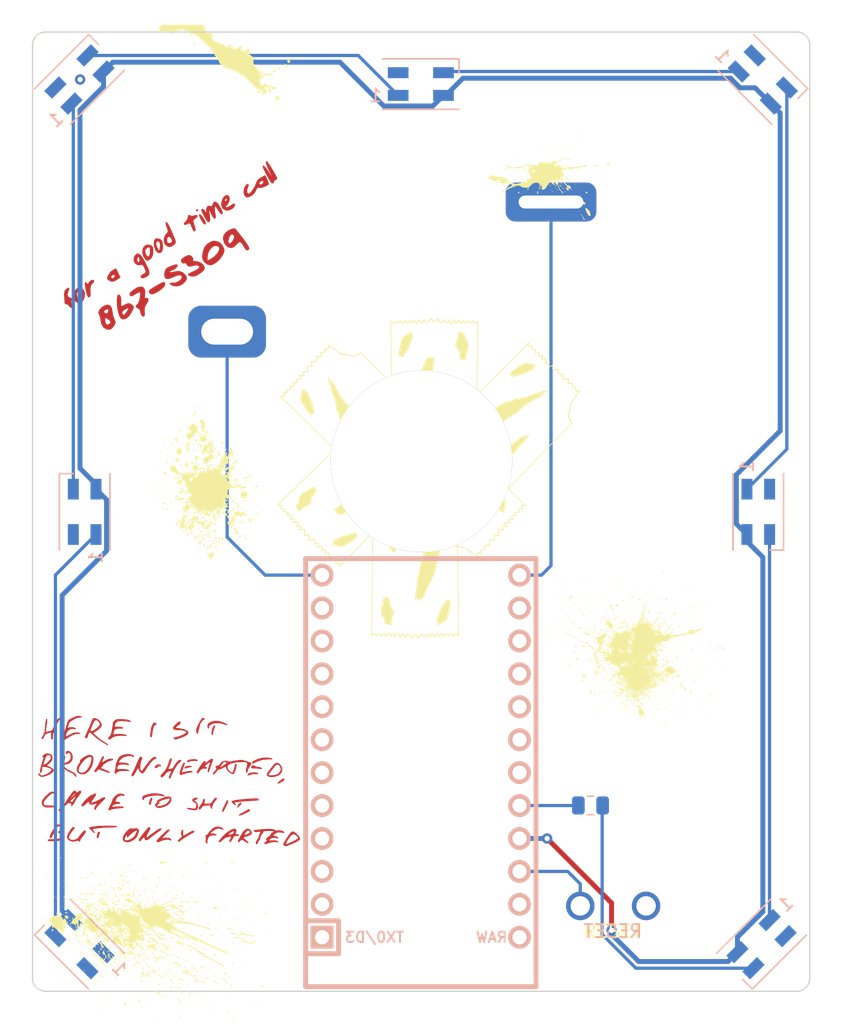
<source format=kicad_pcb>
(kicad_pcb (version 20171130) (host pcbnew "(5.1.9)-1")
  (layers (0 F.Cu signal) (31 B.Cu signal) (34 B.Paste user) (35 F.Paste user) (36 B.SilkS user) (37 F.SilkS user) (38 B.Mask user) (39 F.Mask user) (44 Edge.Cuts user))
  (net 0 "")
  (net 1 "Net-(D1-Pad1)")
  (net 2 GND)
  (net 3 +5V)
  (net 4 LED)
  (net 5 "Net-(D2-Pad1)")
  (net 6 "Net-(D3-Pad1)")
  (net 7 "Net-(D4-Pad1)")
  (net 8 RST)
  (net 9 COL)
  (net 10 ROW)
  (net 11 "Net-(U1-Pad1)")
  (net 12 "Net-(U1-Pad2)")
  (net 13 "Net-(U1-Pad5)")
  (net 14 "Net-(U1-Pad6)")
  (net 15 "Net-(U1-Pad7)")
  (net 16 "Net-(U1-Pad8)")
  (net 17 "Net-(U1-Pad9)")
  (net 18 "Net-(U1-Pad10)")
  (net 19 "Net-(U1-Pad11)")
  (net 20 "Net-(U1-Pad15)")
  (net 21 "Net-(U1-Pad16)")
  (net 22 "Net-(U1-Pad17)")
  (net 23 "Net-(U1-Pad18)")
  (net 24 "Net-(U1-Pad19)")
  (net 25 "Net-(U1-Pad24)")
  (net 26 "Net-(R1-Pad1)")
  (net 27 "Net-(D5-Pad1)")
  (net 28 "Net-(D6-Pad1)")
  (net 29 "Net-(D7-Pad1)")
  (net 30 "Net-(U1-Pad14)")
  (module Footprints:tape-2 (layer F.Cu) (at 128.1 79.1 225)
    (fp_text reference de hide)
    (fp_text value LOGO hide)
  )
  (module Footprints:tape-1 (layer F.Cu) (at 120.65 79.2 135)
    (fp_text reference G*** hide)
    (fp_text value LOGO hide)
  )
  (module Footprints:tape-1 (layer F.Cu) (at 125.45 85.4 180)
    (fp_text reference G*** hide)
    (fp_text value LOGO hide)
  )
  (module Footprints:promicro-alligning-silk-front-only (layer B.Cu) (at 125.8 99.6 90)
    (fp_text reference U1 hide)
    (fp_text value ProMicro hide)
    (fp_text user RAW (at -13.97 5.461 180) (layer B.SilkS) (effects (font (size 0.8 0.8)) (justify mirror)))
    (fp_text user TX0/D3 (at -13.97 -3.571872 180) (layer B.SilkS) (effects (font (size 0.8 0.8)) (justify mirror)))
    (pad 1 thru_hole rect (at -13.97 -7.62 90) (size 1.7526 1.7526) (drill 1.0922) (layers *.Cu *.SilkS *.Mask) (net 11 "Net-(U1-Pad1)"))
    (pad 2 thru_hole circle (at -11.43 -7.62 90) (size 1.7526 1.7526) (drill 1.0922) (layers *.Cu *.SilkS *.Mask) (net 12 "Net-(U1-Pad2)"))
    (pad 3 thru_hole circle (at -8.89 -7.62 90) (size 1.7526 1.7526) (drill 1.0922) (layers *.Cu *.SilkS *.Mask) (net 2 GND))
    (pad 4 thru_hole circle (at -6.35 -7.62 90) (size 1.7526 1.7526) (drill 1.0922) (layers *.Cu *.SilkS *.Mask) (net 2 GND))
    (pad 5 thru_hole circle (at -3.81 -7.62 90) (size 1.7526 1.7526) (drill 1.0922) (layers *.Cu *.SilkS *.Mask) (net 13 "Net-(U1-Pad5)"))
    (pad 6 thru_hole circle (at -1.27 -7.62 90) (size 1.7526 1.7526) (drill 1.0922) (layers *.Cu *.SilkS *.Mask) (net 14 "Net-(U1-Pad6)"))
    (pad 7 thru_hole circle (at 1.27 -7.62 90) (size 1.7526 1.7526) (drill 1.0922) (layers *.Cu *.SilkS *.Mask) (net 15 "Net-(U1-Pad7)"))
    (pad 8 thru_hole circle (at 3.81 -7.62 90) (size 1.7526 1.7526) (drill 1.0922) (layers *.Cu *.SilkS *.Mask) (net 16 "Net-(U1-Pad8)"))
    (pad 9 thru_hole circle (at 6.35 -7.62 90) (size 1.7526 1.7526) (drill 1.0922) (layers *.Cu *.SilkS *.Mask) (net 17 "Net-(U1-Pad9)"))
    (pad 10 thru_hole circle (at 8.89 -7.62 90) (size 1.7526 1.7526) (drill 1.0922) (layers *.Cu *.SilkS *.Mask) (net 18 "Net-(U1-Pad10)"))
    (pad 11 thru_hole circle (at 11.43 -7.62 90) (size 1.7526 1.7526) (drill 1.0922) (layers *.Cu *.SilkS *.Mask) (net 19 "Net-(U1-Pad11)"))
    (pad 13 thru_hole circle (at 13.97 7.62 90) (size 1.7526 1.7526) (drill 1.0922) (layers *.Cu *.SilkS *.Mask) (net 10 ROW))
    (pad 14 thru_hole circle (at 11.43 7.62 90) (size 1.7526 1.7526) (drill 1.0922) (layers *.Cu *.SilkS *.Mask) (net 30 "Net-(U1-Pad14)"))
    (pad 15 thru_hole circle (at 8.89 7.62 90) (size 1.7526 1.7526) (drill 1.0922) (layers *.Cu *.SilkS *.Mask) (net 20 "Net-(U1-Pad15)"))
    (pad 16 thru_hole circle (at 6.35 7.62 90) (size 1.7526 1.7526) (drill 1.0922) (layers *.Cu *.SilkS *.Mask) (net 21 "Net-(U1-Pad16)"))
    (pad 17 thru_hole circle (at 3.81 7.62 90) (size 1.7526 1.7526) (drill 1.0922) (layers *.Cu *.SilkS *.Mask) (net 22 "Net-(U1-Pad17)"))
    (pad 18 thru_hole circle (at 1.27 7.62 90) (size 1.7526 1.7526) (drill 1.0922) (layers *.Cu *.SilkS *.Mask) (net 23 "Net-(U1-Pad18)"))
    (pad 19 thru_hole circle (at -1.27 7.62 90) (size 1.7526 1.7526) (drill 1.0922) (layers *.Cu *.SilkS *.Mask) (net 24 "Net-(U1-Pad19)"))
    (pad 20 thru_hole circle (at -3.81 7.62 90) (size 1.7526 1.7526) (drill 1.0922) (layers *.Cu *.SilkS *.Mask) (net 26 "Net-(R1-Pad1)"))
    (pad 21 thru_hole circle (at -6.35 7.62 90) (size 1.7526 1.7526) (drill 1.0922) (layers *.Cu *.SilkS *.Mask) (net 3 +5V))
    (pad 22 thru_hole circle (at -8.89 7.62 90) (size 1.7526 1.7526) (drill 1.0922) (layers *.Cu *.SilkS *.Mask) (net 8 RST))
    (pad 23 thru_hole circle (at -11.43 7.62 90) (size 1.7526 1.7526) (drill 1.0922) (layers *.Cu *.SilkS *.Mask) (net 2 GND))
    (pad 12 thru_hole circle (at 13.97 -7.62 90) (size 1.7526 1.7526) (drill 1.0922) (layers *.Cu *.SilkS *.Mask) (net 9 COL))
    (pad 24 thru_hole circle (at -13.97 7.62 90) (size 1.7526 1.7526) (drill 1.0922) (layers *.Cu *.SilkS *.Mask) (net 25 "Net-(U1-Pad24)"))
  )
  (module Footprints:tape-1 (layer F.Cu) (at 126.75 70.95)
    (fp_text reference G*** hide)
    (fp_text value LOGO hide)
  )
  (module Footprints:tape-2 (layer F.Cu) (at 132.95 73.5 315)
    (fp_text reference G*** hide)
    (fp_text value LOGO hide)
  )
  (module Footprints:tape-2 (layer F.Cu) (at 120.75 73 45)
    (fp_text reference G*** hide)
    (fp_text value LOGO hide)
  )
  (module Footprints:call-for-a-good-time (layer F.Cu) (at 107.3 61.3 28)
    (fp_text reference G*** hide)
    (fp_text value LOGO hide)
    (fp_poly (pts (xy 2.159986 -2.764031) (xy 2.20947 -2.688167) (xy 2.353906 -2.572523) (xy 2.501873 -2.54) (xy 2.668957 -2.495086) (xy 2.709333 -2.413) (xy 2.633993 -2.311943) (xy 2.463278 -2.286) (xy 2.315741 -2.272966) (xy 2.233567 -2.205119) (xy 2.185766 -2.039345) (xy 2.159 -1.862667) (xy 2.10145 -1.58439) (xy 2.021637 -1.454737) (xy 1.970213 -1.439334) (xy 1.89243 -1.470626) (xy 1.869823 -1.590567) (xy 1.891872 -1.820334) (xy 1.918548 -2.053649) (xy 1.897233 -2.164669) (xy 1.803217 -2.198828) (xy 1.684658 -2.201334) (xy 1.502069 -2.240407) (xy 1.461704 -2.326129) (xy 1.564873 -2.411257) (xy 1.678053 -2.439958) (xy 1.866166 -2.527329) (xy 1.992851 -2.651625) (xy 2.094525 -2.774872) (xy 2.159986 -2.764031)) (layer F.Cu) (width 0.01))
    (fp_poly (pts (xy 9.418512 -3.588954) (xy 9.425031 -3.578548) (xy 9.44544 -3.469945) (xy 9.467296 -3.234248) (xy 9.487062 -2.913623) (xy 9.494382 -2.751667) (xy 9.507103 -2.39129) (xy 9.505387 -2.16844) (xy 9.482417 -2.051482) (xy 9.431374 -2.00878) (xy 9.345439 -2.0087) (xy 9.3345 -2.009836) (xy 9.186622 -1.994418) (xy 9.144 -1.946336) (xy 9.087857 -1.867665) (xy 8.971943 -1.897211) (xy 8.946444 -1.919112) (xy 8.921292 -2.023862) (xy 8.90191 -2.256094) (xy 8.891209 -2.573979) (xy 8.89 -2.7305) (xy 8.896313 -3.108264) (xy 8.917336 -3.338336) (xy 8.956191 -3.441961) (xy 8.995833 -3.450587) (xy 9.061935 -3.348222) (xy 9.117744 -3.106228) (xy 9.150215 -2.829698) (xy 9.198764 -2.243667) (xy 9.213715 -2.894837) (xy 9.236253 -3.266271) (xy 9.281074 -3.516047) (xy 9.343416 -3.628747) (xy 9.418512 -3.588954)) (layer F.Cu) (width 0.01))
    (fp_poly (pts (xy -0.845348 -2.313106) (xy -0.723161 -2.205195) (xy -0.627338 -2.059891) (xy -0.629304 -1.895849) (xy -0.668763 -1.766192) (xy -0.816025 -1.452259) (xy -0.985686 -1.259643) (xy -1.157047 -1.200564) (xy -1.309412 -1.287245) (xy -1.357325 -1.359633) (xy -1.409118 -1.586003) (xy -1.40457 -1.622909) (xy -1.182517 -1.622909) (xy -1.1797 -1.397) (xy -1.013184 -1.59688) (xy -0.89241 -1.791969) (xy -0.846667 -1.956714) (xy -0.900829 -2.087917) (xy -1.016625 -2.106295) (xy -1.124027 -2.005505) (xy -1.133942 -1.982742) (xy -1.172637 -1.796191) (xy -1.182517 -1.622909) (xy -1.40457 -1.622909) (xy -1.376198 -1.853097) (xy -1.278603 -2.108105) (xy -1.136375 -2.298216) (xy -0.973667 -2.370667) (xy -0.845348 -2.313106)) (layer F.Cu) (width 0.01))
    (fp_poly (pts (xy 0.377434 -3.083096) (xy 0.408304 -2.938183) (xy 0.410467 -2.663409) (xy 0.384285 -2.244945) (xy 0.349937 -1.865776) (xy 0.317068 -1.570598) (xy 0.275669 -1.401728) (xy 0.202104 -1.316812) (xy 0.072733 -1.273501) (xy 0.012288 -1.26082) (xy -0.225784 -1.245338) (xy -0.399591 -1.333487) (xy -0.439549 -1.370882) (xy -0.552415 -1.587671) (xy -0.547547 -1.662412) (xy -0.30644 -1.662412) (xy -0.214874 -1.547059) (xy -0.07967 -1.524) (xy 0.041222 -1.566258) (xy 0.083322 -1.720525) (xy 0.084666 -1.778) (xy 0.038666 -1.975994) (xy -0.072335 -2.031648) (xy -0.207839 -1.935073) (xy -0.254937 -1.860917) (xy -0.30644 -1.662412) (xy -0.547547 -1.662412) (xy -0.536027 -1.839265) (xy -0.409793 -2.079396) (xy -0.193121 -2.261794) (xy -0.040951 -2.321115) (xy 0.093361 -2.386188) (xy 0.160694 -2.527002) (xy 0.185651 -2.724316) (xy 0.224919 -2.951295) (xy 0.291828 -3.093816) (xy 0.3175 -3.111976) (xy 0.377434 -3.083096)) (layer F.Cu) (width 0.01))
    (fp_poly (pts (xy 7.276204 -2.746767) (xy 7.290614 -2.733919) (xy 7.317223 -2.637749) (xy 7.199254 -2.520116) (xy 7.163384 -2.495812) (xy 7.024646 -2.359491) (xy 6.947807 -2.201441) (xy 6.948825 -2.074939) (xy 7.02446 -2.032) (xy 7.207988 -2.079549) (xy 7.456532 -2.197774) (xy 7.66354 -2.32509) (xy 8.072055 -2.32509) (xy 8.105006 -2.25255) (xy 8.241552 -2.214093) (xy 8.390373 -2.27381) (xy 8.445539 -2.3495) (xy 8.406872 -2.4354) (xy 8.309385 -2.455334) (xy 8.140208 -2.416163) (xy 8.072055 -2.32509) (xy 7.66354 -2.32509) (xy 7.704116 -2.350045) (xy 7.884764 -2.499733) (xy 7.901311 -2.518834) (xy 8.063719 -2.652505) (xy 8.299233 -2.705484) (xy 8.424013 -2.709334) (xy 8.792402 -2.709334) (xy 8.777701 -2.328336) (xy 8.751996 -2.098813) (xy 8.703974 -1.958322) (xy 8.678333 -1.938757) (xy 8.390573 -1.936101) (xy 8.123079 -1.97655) (xy 7.939906 -2.048658) (xy 7.909948 -2.076049) (xy 7.823358 -2.140436) (xy 7.714358 -2.084902) (xy 7.647206 -2.021577) (xy 7.434299 -1.884286) (xy 7.167103 -1.807861) (xy 6.908178 -1.800756) (xy 6.720087 -1.871423) (xy 6.698316 -1.893374) (xy 6.634989 -2.089879) (xy 6.696372 -2.330539) (xy 6.86532 -2.567033) (xy 6.969401 -2.657385) (xy 7.155993 -2.764884) (xy 7.276204 -2.746767)) (layer F.Cu) (width 0.01))
    (fp_poly (pts (xy 2.935762 -2.410439) (xy 2.996386 -2.23947) (xy 3.031257 -1.961845) (xy 3.028941 -1.666139) (xy 2.977571 -1.531434) (xy 2.876555 -1.556478) (xy 2.850444 -1.580445) (xy 2.817584 -1.691646) (xy 2.797234 -1.911365) (xy 2.794 -2.053167) (xy 2.815955 -2.324452) (xy 2.869414 -2.441155) (xy 2.935762 -2.410439)) (layer F.Cu) (width 0.01))
    (fp_poly (pts (xy 4.462746 -2.699834) (xy 4.54233 -2.492586) (xy 4.57189 -2.134227) (xy 4.572 -2.1063) (xy 4.561171 -1.811845) (xy 4.523803 -1.655894) (xy 4.452572 -1.608714) (xy 4.449424 -1.608667) (xy 4.367955 -1.66628) (xy 4.319007 -1.85443) (xy 4.301257 -2.053167) (xy 4.283873 -2.305741) (xy 4.261002 -2.410973) (xy 4.218967 -2.390657) (xy 4.155131 -2.286) (xy 4.045689 -2.037317) (xy 3.982326 -1.820334) (xy 3.909027 -1.639448) (xy 3.806529 -1.566334) (xy 3.730781 -1.610277) (xy 3.698387 -1.763367) (xy 3.698348 -1.989667) (xy 3.713697 -2.413) (xy 3.565779 -1.994866) (xy 3.437583 -1.692078) (xy 3.321368 -1.550084) (xy 3.21038 -1.561386) (xy 3.190875 -1.578681) (xy 3.160567 -1.687938) (xy 3.139513 -1.914707) (xy 3.132666 -2.173112) (xy 3.141536 -2.477275) (xy 3.173152 -2.644504) (xy 3.235025 -2.706507) (xy 3.259666 -2.709334) (xy 3.362279 -2.634019) (xy 3.392033 -2.4765) (xy 3.399936 -2.319571) (xy 3.425938 -2.322155) (xy 3.474665 -2.436044) (xy 3.599926 -2.619616) (xy 3.757256 -2.694926) (xy 3.897769 -2.642997) (xy 3.923142 -2.610154) (xy 3.998546 -2.531811) (xy 4.092641 -2.573013) (xy 4.167045 -2.643046) (xy 4.336522 -2.751483) (xy 4.462746 -2.699834)) (layer F.Cu) (width 0.01))
    (fp_poly (pts (xy 5.509839 -2.713485) (xy 5.571441 -2.570937) (xy 5.523659 -2.398074) (xy 5.374382 -2.214969) (xy 5.178773 -2.075658) (xy 5.021251 -2.032) (xy 4.944721 -1.985058) (xy 4.956692 -1.94136) (xy 5.079002 -1.890945) (xy 5.319629 -1.902742) (xy 5.342688 -1.906468) (xy 5.562017 -1.929784) (xy 5.658077 -1.895033) (xy 5.672666 -1.836834) (xy 5.601012 -1.703749) (xy 5.422331 -1.626296) (xy 5.191039 -1.60903) (xy 4.961556 -1.656509) (xy 4.796788 -1.763501) (xy 4.669943 -2.008719) (xy 4.708938 -2.275051) (xy 4.839671 -2.455334) (xy 5.122333 -2.455334) (xy 5.126203 -2.37719) (xy 5.154673 -2.370667) (xy 5.274364 -2.432453) (xy 5.291666 -2.455334) (xy 5.287796 -2.533477) (xy 5.259326 -2.54) (xy 5.139635 -2.478215) (xy 5.122333 -2.455334) (xy 4.839671 -2.455334) (xy 4.910114 -2.552474) (xy 5.14315 -2.725729) (xy 5.354411 -2.779717) (xy 5.509839 -2.713485)) (layer F.Cu) (width 0.01))
    (fp_poly (pts (xy -2.094541 0.862551) (xy -1.98883 0.892969) (xy -1.951218 0.953563) (xy -1.947334 1.008596) (xy -2.002732 1.144335) (xy -2.189064 1.242545) (xy -2.264834 1.265548) (xy -2.608418 1.332245) (xy -2.941503 1.349199) (xy -3.203753 1.315576) (xy -3.289164 1.279724) (xy -3.371125 1.145706) (xy -3.372895 1.048187) (xy -3.336723 0.968069) (xy -3.242612 0.917131) (xy -3.056193 0.886698) (xy -2.743093 0.868092) (xy -2.644897 0.864409) (xy -2.30201 0.85535) (xy -2.094541 0.862551)) (layer F.Cu) (width 0.01))
    (fp_poly (pts (xy 0.66082 -0.048863) (xy 0.725842 -0.019871) (xy 0.850923 0.140224) (xy 0.868341 0.329079) (xy 0.818883 0.423599) (xy 0.768106 0.522668) (xy 0.841856 0.573424) (xy 1.071192 0.715336) (xy 1.242737 0.928051) (xy 1.336205 1.165289) (xy 1.331307 1.380768) (xy 1.248833 1.501884) (xy 1.068776 1.5775) (xy 0.793523 1.627567) (xy 0.496521 1.641829) (xy 0.338666 1.62897) (xy 0.12848 1.543887) (xy -0.033076 1.391357) (xy -0.084667 1.253078) (xy -0.008949 1.222566) (xy 0.185705 1.21804) (xy 0.359833 1.230909) (xy 0.690159 1.243117) (xy 0.907143 1.204361) (xy 0.994135 1.122709) (xy 0.934485 1.006228) (xy 0.893984 0.972057) (xy 0.68651 0.871253) (xy 0.544518 0.846666) (xy 0.343949 0.78873) (xy 0.210541 0.649788) (xy 0.193706 0.482141) (xy 0.195499 0.477268) (xy 0.175887 0.381703) (xy 0.102381 0.370356) (xy -0.020701 0.314785) (xy -0.0717 0.176192) (xy -0.032351 0.032113) (xy 0.012836 -0.009725) (xy 0.1964 -0.065787) (xy 0.443048 -0.079269) (xy 0.66082 -0.048863)) (layer F.Cu) (width 0.01))
    (fp_poly (pts (xy -3.70499 0.373108) (xy -3.561916 0.535447) (xy -3.55864 0.766915) (xy -3.707081 1.052871) (xy -3.733411 1.087312) (xy -3.842648 1.242104) (xy -3.843883 1.314261) (xy -3.775745 1.339708) (xy -3.652502 1.413163) (xy -3.667831 1.534439) (xy -3.809445 1.674446) (xy -3.951645 1.756167) (xy -4.222632 1.950143) (xy -4.359645 2.196222) (xy -4.467099 2.425743) (xy -4.581169 2.522079) (xy -4.681057 2.472265) (xy -4.710086 2.414641) (xy -4.718467 2.232947) (xy -4.674723 2.080151) (xy -4.6321 1.896657) (xy -4.715945 1.755008) (xy -4.797015 1.596395) (xy -4.729406 1.476257) (xy -4.578255 1.439333) (xy -4.463128 1.375719) (xy -4.30271 1.219288) (xy -4.140104 1.021654) (xy -4.018411 0.834432) (xy -3.979334 0.722119) (xy -4.055131 0.700641) (xy -4.247995 0.694802) (xy -4.3815 0.699137) (xy -4.626419 0.702726) (xy -4.745867 0.670259) (xy -4.782462 0.586174) (xy -4.783667 0.552295) (xy -4.750356 0.44388) (xy -4.624965 0.372132) (xy -4.369306 0.315459) (xy -4.362844 0.314372) (xy -3.97594 0.294536) (xy -3.70499 0.373108)) (layer F.Cu) (width 0.01))
    (fp_poly (pts (xy 4.539763 -0.272408) (xy 4.735247 -0.223419) (xy 4.825003 -0.146331) (xy 4.826 -0.136544) (xy 4.840825 -0.041781) (xy 4.880181 0.176859) (xy 4.936391 0.477014) (xy 4.952985 0.564052) (xy 5.041768 1.092677) (xy 5.075589 1.46711) (xy 5.054517 1.693302) (xy 4.978623 1.777202) (xy 4.967111 1.778) (xy 4.823115 1.740391) (xy 4.797777 1.721555) (xy 4.759839 1.606317) (xy 4.740571 1.397452) (xy 4.740036 1.361722) (xy 4.717952 1.068902) (xy 4.642964 0.92487) (xy 4.497191 0.912741) (xy 4.334031 0.978359) (xy 4.029514 1.059143) (xy 3.77879 0.991731) (xy 3.607164 0.794844) (xy 3.551987 0.542342) (xy 3.84799 0.542342) (xy 3.852771 0.593376) (xy 3.909841 0.660669) (xy 3.993849 0.661548) (xy 4.156416 0.589669) (xy 4.242802 0.545436) (xy 4.416092 0.405372) (xy 4.470264 0.252428) (xy 4.395222 0.131459) (xy 4.341571 0.106595) (xy 4.219338 0.136672) (xy 4.062947 0.252567) (xy 3.922474 0.404413) (xy 3.84799 0.542342) (xy 3.551987 0.542342) (xy 3.539938 0.487205) (xy 3.542583 0.392746) (xy 3.612784 0.069523) (xy 3.784978 -0.136383) (xy 4.057188 -0.252166) (xy 4.294945 -0.284818) (xy 4.539763 -0.272408)) (layer F.Cu) (width 0.01))
    (fp_poly (pts (xy -8.655152 -2.128566) (xy -8.74097 -2.002889) (xy -8.826655 -1.933371) (xy -9.016701 -1.737507) (xy -9.041187 -1.55154) (xy -8.911167 -1.391215) (xy -8.809023 -1.302453) (xy -8.846887 -1.251333) (xy -8.911167 -1.224656) (xy -9.031399 -1.092666) (xy -9.059334 -0.922275) (xy -9.098368 -0.727306) (xy -9.186334 -0.677334) (xy -9.288779 -0.750428) (xy -9.313334 -0.879942) (xy -9.359865 -1.055206) (xy -9.438356 -1.130526) (xy -9.515502 -1.185649) (xy -9.501248 -1.293582) (xy -9.445502 -1.414751) (xy -9.325566 -1.673255) (xy -9.238692 -1.881498) (xy -9.085528 -2.088042) (xy -8.93127 -2.166833) (xy -8.7213 -2.189271) (xy -8.655152 -2.128566)) (layer F.Cu) (width 0.01))
    (fp_poly (pts (xy -0.897563 0.059412) (xy -0.582942 0.111954) (xy -0.435454 0.187307) (xy -0.423334 0.221898) (xy -0.497234 0.325127) (xy -0.676955 0.396067) (xy -0.899531 0.415997) (xy -1.017275 0.398468) (xy -1.172057 0.391888) (xy -1.227943 0.423779) (xy -1.182007 0.479263) (xy -1.015318 0.534107) (xy -0.940926 0.548712) (xy -0.579061 0.676942) (xy -0.342967 0.910488) (xy -0.243924 1.236014) (xy -0.243969 1.372854) (xy -0.331305 1.537013) (xy -0.534132 1.657862) (xy -0.801262 1.721971) (xy -1.081508 1.715908) (xy -1.289039 1.647072) (xy -1.469226 1.517804) (xy -1.598952 1.3718) (xy -1.652915 1.248367) (xy -1.605814 1.186815) (xy -1.586246 1.185333) (xy -1.4267 1.240627) (xy -1.383201 1.275332) (xy -1.210331 1.352426) (xy -0.964425 1.367704) (xy -0.729809 1.321888) (xy -0.633684 1.268907) (xy -0.557027 1.139585) (xy -0.625662 1.024661) (xy -0.815587 0.942044) (xy -1.102797 0.909641) (xy -1.115236 0.90964) (xy -1.485648 0.875763) (xy -1.705183 0.773338) (xy -1.771188 0.606264) (xy -1.68101 0.378443) (xy -1.572221 0.238066) (xy -1.441954 0.108539) (xy -1.30918 0.048088) (xy -1.113388 0.040691) (xy -0.897563 0.059412)) (layer F.Cu) (width 0.01))
    (fp_poly (pts (xy -2.674752 -1.966482) (xy -2.590528 -1.791331) (xy -2.548767 -1.477063) (xy -2.54 -1.127067) (xy -2.551141 -0.683185) (xy -2.591916 -0.382308) (xy -2.673361 -0.199135) (xy -2.806507 -0.108364) (xy -2.994535 -0.084667) (xy -3.202689 -0.100317) (xy -3.32703 -0.138271) (xy -3.330223 -0.141112) (xy -3.398979 -0.278969) (xy -3.322046 -0.375551) (xy -3.12251 -0.403266) (xy -3.1115 -0.402489) (xy -2.93721 -0.399742) (xy -2.853465 -0.457674) (xy -2.819775 -0.620944) (xy -2.810616 -0.734349) (xy -2.805748 -0.96181) (xy -2.849167 -1.071783) (xy -2.961798 -1.113884) (xy -2.971302 -1.115349) (xy -3.172924 -1.213481) (xy -3.275705 -1.399658) (xy -3.27603 -1.438689) (xy -3.044754 -1.438689) (xy -2.994786 -1.370165) (xy -2.942167 -1.37541) (xy -2.848914 -1.477543) (xy -2.807036 -1.611248) (xy -2.799708 -1.747905) (xy -2.858411 -1.742386) (xy -2.912869 -1.700082) (xy -3.015716 -1.567862) (xy -3.044754 -1.438689) (xy -3.27603 -1.438689) (xy -3.27757 -1.622961) (xy -3.176445 -1.832475) (xy -3.005839 -1.962661) (xy -2.810252 -2.018322) (xy -2.674752 -1.966482)) (layer F.Cu) (width 0.01))
    (fp_poly (pts (xy -7.952817 -1.799439) (xy -7.856848 -1.713811) (xy -7.734666 -1.486418) (xy -7.766723 -1.219837) (xy -7.949265 -0.9358) (xy -8.000595 -0.881709) (xy -8.244875 -0.712136) (xy -8.473765 -0.692736) (xy -8.619067 -0.778934) (xy -8.718481 -0.985641) (xy -8.711024 -1.116789) (xy -8.460632 -1.116789) (xy -8.444073 -0.965119) (xy -8.344491 -0.94743) (xy -8.171958 -1.074672) (xy -8.131299 -1.116632) (xy -7.991979 -1.322625) (xy -7.965881 -1.495029) (xy -8.053095 -1.596302) (xy -8.130096 -1.608667) (xy -8.298761 -1.530663) (xy -8.384096 -1.391489) (xy -8.460632 -1.116789) (xy -8.711024 -1.116789) (xy -8.70369 -1.24575) (xy -8.592445 -1.506544) (xy -8.402496 -1.715303) (xy -8.28031 -1.785052) (xy -8.088325 -1.842917) (xy -7.952817 -1.799439)) (layer F.Cu) (width 0.01))
    (fp_poly (pts (xy 2.926196 -0.099153) (xy 3.087625 0.018527) (xy 3.253615 0.20368) (xy 3.324594 0.426247) (xy 3.335951 0.594041) (xy 3.328113 0.826214) (xy 3.266336 0.978433) (xy 3.113278 1.117334) (xy 2.997391 1.198186) (xy 2.629708 1.386699) (xy 2.246933 1.482219) (xy 1.90552 1.473362) (xy 1.797935 1.440076) (xy 1.607097 1.278251) (xy 1.488025 1.02213) (xy 1.487646 1.016) (xy 1.773651 1.016) (xy 2.08053 1.016) (xy 2.373878 0.977136) (xy 2.667559 0.882868) (xy 2.683146 0.875663) (xy 2.940184 0.714948) (xy 3.031848 0.551846) (xy 2.962438 0.379921) (xy 2.776442 0.274008) (xy 2.529079 0.283415) (xy 2.265458 0.391795) (xy 2.030689 0.582798) (xy 1.904258 0.763433) (xy 1.773651 1.016) (xy 1.487646 1.016) (xy 1.47064 0.741497) (xy 1.479622 0.697668) (xy 1.566213 0.516204) (xy 1.726372 0.290346) (xy 1.804726 0.199188) (xy 2.041558 -0.012875) (xy 2.295622 -0.117421) (xy 2.463915 -0.144608) (xy 2.734943 -0.155948) (xy 2.926196 -0.099153)) (layer F.Cu) (width 0.01))
    (fp_poly (pts (xy -5.467719 0.15013) (xy -5.456791 0.318307) (xy -5.530237 0.546751) (xy -5.579216 0.639125) (xy -5.690193 0.835438) (xy -5.752452 0.961523) (xy -5.757334 0.978506) (xy -5.682332 1.002394) (xy -5.495872 1.015274) (xy -5.432257 1.016) (xy -5.199426 1.038579) (xy -5.067841 1.128256) (xy -5.008924 1.23165) (xy -4.940185 1.388854) (xy -4.931852 1.490934) (xy -5.006253 1.586042) (xy -5.18572 1.72233) (xy -5.262037 1.777468) (xy -5.59608 1.964707) (xy -5.892169 2.025788) (xy -6.122972 1.957143) (xy -6.186344 1.89816) (xy -6.245925 1.781006) (xy -6.250025 1.655726) (xy -5.957781 1.655726) (xy -5.868953 1.682348) (xy -5.666935 1.605809) (xy -5.583796 1.564159) (xy -5.389667 1.450557) (xy -5.355984 1.385474) (xy -5.48468 1.357872) (xy -5.620459 1.354666) (xy -5.837799 1.384122) (xy -5.939592 1.488154) (xy -5.951199 1.524) (xy -5.957781 1.655726) (xy -6.250025 1.655726) (xy -6.251665 1.605655) (xy -6.204657 1.322267) (xy -6.199542 1.29768) (xy -6.11875 1.021935) (xy -5.995726 0.721323) (xy -5.852714 0.438306) (xy -5.711958 0.215345) (xy -5.595701 0.094903) (xy -5.564177 0.084818) (xy -5.467719 0.15013)) (layer F.Cu) (width 0.01))
    (fp_poly (pts (xy -6.639886 0.39088) (xy -6.491948 0.54483) (xy -6.480156 0.796482) (xy -6.569971 1.065241) (xy -6.66175 1.33969) (xy -6.700949 1.601975) (xy -6.699813 1.6514) (xy -6.720557 1.856152) (xy -6.850174 2.002173) (xy -6.930312 2.053566) (xy -7.205383 2.178871) (xy -7.418233 2.173478) (xy -7.616072 2.03591) (xy -7.62 2.032) (xy -7.761919 1.777667) (xy -7.766916 1.578684) (xy -7.444087 1.578684) (xy -7.410806 1.731596) (xy -7.286331 1.778) (xy -7.127151 1.743366) (xy -7.075113 1.702145) (xy -7.07711 1.580499) (xy -7.14714 1.397096) (xy -7.234275 1.245101) (xy -7.291169 1.232869) (xy -7.358357 1.340384) (xy -7.444087 1.578684) (xy -7.766916 1.578684) (xy -7.76992 1.45912) (xy -7.668765 1.16789) (xy -7.595273 0.949687) (xy -7.59305 0.834766) (xy -7.141685 0.834766) (xy -7.100032 0.90342) (xy -6.985276 0.972358) (xy -6.8891 0.92201) (xy -6.789061 0.80196) (xy -6.773334 0.751633) (xy -6.840883 0.692763) (xy -6.985426 0.679889) (xy -7.119804 0.717436) (xy -7.139488 0.733043) (xy -7.141685 0.834766) (xy -7.59305 0.834766) (xy -7.591905 0.775626) (xy -7.561102 0.599804) (xy -7.397685 0.4532) (xy -7.138289 0.359711) (xy -6.922013 0.338666) (xy -6.639886 0.39088)) (layer F.Cu) (width 0.01))
    (fp_poly (pts (xy -7.292673 -1.877616) (xy -7.281334 -1.803401) (xy -7.258408 -1.710001) (xy -7.179734 -1.761067) (xy -7.024827 -1.845129) (xy -6.847605 -1.857872) (xy -6.71661 -1.802839) (xy -6.688667 -1.735667) (xy -6.758408 -1.630044) (xy -6.844878 -1.608667) (xy -7.052625 -1.528901) (xy -7.243519 -1.308686) (xy -7.373225 -1.031669) (xy -7.471521 -0.85278) (xy -7.586233 -0.766399) (xy -7.676817 -0.788983) (xy -7.704667 -0.897136) (xy -7.680409 -1.081644) (xy -7.618955 -1.329334) (xy -7.537292 -1.588457) (xy -7.452403 -1.807262) (xy -7.381273 -1.934) (xy -7.359993 -1.947334) (xy -7.292673 -1.877616)) (layer F.Cu) (width 0.01))
    (fp_poly (pts (xy -4.766579 -1.380117) (xy -4.783667 -0.982234) (xy -5.142481 -0.958207) (xy -5.387395 -0.958875) (xy -5.535932 -1.021333) (xy -5.646243 -1.155399) (xy -5.732575 -1.306126) (xy -5.418667 -1.306126) (xy -5.361011 -1.213525) (xy -5.238099 -1.209208) (xy -5.125014 -1.2867) (xy -5.101128 -1.3335) (xy -5.140073 -1.419004) (xy -5.242278 -1.439334) (xy -5.387826 -1.385549) (xy -5.418667 -1.306126) (xy -5.732575 -1.306126) (xy -5.734101 -1.30879) (xy -5.724055 -1.413393) (xy -5.601336 -1.539711) (xy -5.557875 -1.57731) (xy -5.250954 -1.745214) (xy -5.037024 -1.778) (xy -4.74949 -1.778) (xy -4.766579 -1.380117)) (layer F.Cu) (width 0.01))
    (fp_poly (pts (xy -1.606602 -2.158513) (xy -1.574534 -2.125728) (xy -1.485473 -2.00132) (xy -1.480591 -1.871347) (xy -1.552468 -1.671127) (xy -1.741174 -1.357428) (xy -1.979145 -1.170469) (xy -2.239584 -1.127545) (xy -2.3495 -1.15674) (xy -2.418422 -1.264553) (xy -2.453508 -1.48652) (xy -2.455334 -1.558631) (xy -2.45473 -1.562066) (xy -2.201334 -1.562066) (xy -2.161189 -1.421114) (xy -2.059956 -1.413371) (xy -1.926435 -1.52854) (xy -1.817202 -1.699389) (xy -1.719634 -1.904063) (xy -1.714392 -2.001036) (xy -1.810941 -2.030282) (xy -1.895942 -2.032) (xy -2.083256 -1.973653) (xy -2.180957 -1.788542) (xy -2.201334 -1.562066) (xy -2.45473 -1.562066) (xy -2.399871 -1.873938) (xy -2.254996 -2.112358) (xy -2.052979 -2.253111) (xy -1.826091 -2.275422) (xy -1.606602 -2.158513)) (layer F.Cu) (width 0.01))
    (fp_poly (pts (xy 2.960873 -2.814238) (xy 2.963333 -2.794) (xy 2.898904 -2.711794) (xy 2.878666 -2.709334) (xy 2.79646 -2.773763) (xy 2.794 -2.794) (xy 2.858429 -2.876207) (xy 2.878666 -2.878667) (xy 2.960873 -2.814238)) (layer F.Cu) (width 0.01))
  )
  (module Footprints:here-i-shit (layer F.Cu) (at 106.5 100.55)
    (fp_text reference G*** hide)
    (fp_text value LOGO hide)
    (fp_poly (pts (xy -9.063094 1.801607) (xy -9.031141 1.834451) (xy -8.997024 1.893903) (xy -9.001812 1.922997) (xy -9.046761 1.925482) (xy -9.060859 1.923082) (xy -9.131936 1.923908) (xy -9.212014 1.954701) (xy -9.306229 2.018772) (xy -9.419713 2.119432) (xy -9.517029 2.217247) (xy -9.634876 2.344622) (xy -9.71844 2.447247) (xy -9.772581 2.532751) (xy -9.802158 2.608766) (xy -9.811968 2.680378) (xy -9.809202 2.742959) (xy -9.792476 2.788956) (xy -9.755247 2.820858) (xy -9.69097 2.841156) (xy -9.593102 2.852341) (xy -9.455098 2.856904) (xy -9.346595 2.8575) (xy -9.18608 2.858904) (xy -9.069962 2.863472) (xy -8.991904 2.871733) (xy -8.945572 2.884216) (xy -8.932418 2.892127) (xy -8.902846 2.929461) (xy -8.919211 2.956818) (xy -8.983407 2.976059) (xy -9.023943 2.982028) (xy -9.112775 2.99067) (xy -9.222624 2.998136) (xy -9.340429 3.003943) (xy -9.453129 3.007608) (xy -9.547665 3.008649) (xy -9.610977 3.006582) (xy -9.6266 3.004301) (xy -9.774713 2.944067) (xy -9.881272 2.859382) (xy -9.944298 2.75453) (xy -9.961816 2.633797) (xy -9.931847 2.501468) (xy -9.894041 2.424672) (xy -9.826171 2.327775) (xy -9.729355 2.213737) (xy -9.615856 2.09512) (xy -9.497937 1.984486) (xy -9.387864 1.894398) (xy -9.350998 1.868401) (xy -9.231063 1.802281) (xy -9.135448 1.780054) (xy -9.063094 1.801607)) (layer F.Cu) (width 0.01))
    (fp_poly (pts (xy 9.444376 4.863142) (xy 9.446925 4.863688) (xy 9.527228 4.897876) (xy 9.624305 4.963775) (xy 9.726257 5.051161) (xy 9.821187 5.149808) (xy 9.897197 5.249492) (xy 9.898851 5.252064) (xy 9.946337 5.328661) (xy 9.96936 5.378338) (xy 9.97148 5.416547) (xy 9.956255 5.458742) (xy 9.949678 5.472727) (xy 9.901686 5.531542) (xy 9.814134 5.598772) (xy 9.696258 5.668712) (xy 9.557297 5.735655) (xy 9.4615 5.774313) (xy 9.390935 5.801779) (xy 9.291493 5.84189) (xy 9.181044 5.887407) (xy 9.144 5.902896) (xy 9.028922 5.949715) (xy 8.948506 5.977492) (xy 8.891417 5.98875) (xy 8.846322 5.986011) (xy 8.8138 5.97638) (xy 8.744033 5.934434) (xy 8.697385 5.876066) (xy 8.687606 5.838816) (xy 8.868027 5.838816) (xy 8.893892 5.843155) (xy 8.960312 5.825228) (xy 9.065086 5.785729) (xy 9.206011 5.725349) (xy 9.310553 5.677741) (xy 9.4427 5.614202) (xy 9.56604 5.550818) (xy 9.669486 5.493575) (xy 9.741952 5.448459) (xy 9.759721 5.435199) (xy 9.815601 5.38631) (xy 9.837314 5.353629) (xy 9.831136 5.322628) (xy 9.817868 5.300636) (xy 9.778128 5.255307) (xy 9.712719 5.19521) (xy 9.651794 5.14583) (xy 9.579069 5.092808) (xy 9.531619 5.067669) (xy 9.49582 5.065624) (xy 9.462719 5.079347) (xy 9.409413 5.097988) (xy 9.377407 5.095671) (xy 9.348978 5.105912) (xy 9.300698 5.151339) (xy 9.238624 5.223439) (xy 9.168814 5.313702) (xy 9.097325 5.413614) (xy 9.030215 5.514665) (xy 8.97354 5.608342) (xy 8.933357 5.686135) (xy 8.915725 5.739531) (xy 8.9154 5.744886) (xy 8.898685 5.793832) (xy 8.88492 5.81152) (xy 8.868027 5.838816) (xy 8.687606 5.838816) (xy 8.6868 5.835748) (xy 8.700379 5.79466) (xy 8.737538 5.720622) (xy 8.792909 5.622428) (xy 8.861123 5.50887) (xy 8.936811 5.388744) (xy 9.014606 5.270844) (xy 9.089138 5.163963) (xy 9.13265 5.1054) (xy 9.221109 4.994185) (xy 9.28921 4.919968) (xy 9.344254 4.877131) (xy 9.393543 4.860061) (xy 9.444376 4.863142)) (layer F.Cu) (width 0.01))
    (fp_poly (pts (xy 7.713533 4.666812) (xy 7.851878 4.680708) (xy 7.951925 4.706553) (xy 8.019466 4.745508) (xy 8.0391 4.76553) (xy 8.075444 4.782987) (xy 8.146065 4.781765) (xy 8.1915 4.775272) (xy 8.330186 4.764182) (xy 8.46592 4.774259) (xy 8.587013 4.802747) (xy 8.681778 4.84689) (xy 8.738524 4.90393) (xy 8.738741 4.904333) (xy 8.756347 4.953487) (xy 8.738111 4.974106) (xy 8.680338 4.968157) (xy 8.639566 4.957069) (xy 8.559762 4.941099) (xy 8.455532 4.930397) (xy 8.376247 4.9276) (xy 8.297074 4.929414) (xy 8.23403 4.938348) (xy 8.174565 4.959638) (xy 8.10613 4.99852) (xy 8.016174 5.060231) (xy 7.958144 5.102053) (xy 7.912444 5.140896) (xy 7.908861 5.166175) (xy 7.950598 5.183935) (xy 8.00735 5.194944) (xy 8.120674 5.225047) (xy 8.209936 5.270908) (xy 8.263347 5.325956) (xy 8.270051 5.341409) (xy 8.275729 5.390559) (xy 8.248553 5.40517) (xy 8.185742 5.386174) (xy 8.164919 5.376652) (xy 8.072313 5.343666) (xy 7.977073 5.337027) (xy 7.862317 5.356568) (xy 7.802579 5.373033) (xy 7.711244 5.407943) (xy 7.655476 5.451631) (xy 7.632558 5.486673) (xy 7.593978 5.561279) (xy 7.829239 5.546772) (xy 7.999442 5.543934) (xy 8.132182 5.558058) (xy 8.224019 5.588355) (xy 8.271514 5.634039) (xy 8.276325 5.649098) (xy 8.277401 5.673557) (xy 8.262061 5.686508) (xy 8.220261 5.68979) (xy 8.141958 5.685246) (xy 8.098591 5.681685) (xy 7.977216 5.677037) (xy 7.856634 5.685826) (xy 7.723972 5.710183) (xy 7.566358 5.752239) (xy 7.444924 5.789918) (xy 7.347796 5.817795) (xy 7.286513 5.825935) (xy 7.250659 5.815591) (xy 7.248074 5.813591) (xy 7.216219 5.768895) (xy 7.233241 5.726195) (xy 7.300067 5.683175) (xy 7.300329 5.68305) (xy 7.377373 5.628489) (xy 7.406407 5.562829) (xy 7.386209 5.489133) (xy 7.381122 5.480962) (xy 7.357917 5.431261) (xy 7.367335 5.390963) (xy 7.414953 5.350851) (xy 7.482359 5.313684) (xy 7.604885 5.22401) (xy 7.71276 5.087475) (xy 7.755703 5.011859) (xy 7.809546 4.944379) (xy 7.865459 4.922959) (xy 7.925118 4.904482) (xy 7.941683 4.875284) (xy 7.913105 4.846135) (xy 7.882154 4.835171) (xy 7.813126 4.825277) (xy 7.708991 4.818997) (xy 7.585314 4.816359) (xy 7.457662 4.817391) (xy 7.3416 4.822119) (xy 7.252694 4.83057) (xy 7.23265 4.834039) (xy 7.16764 4.854044) (xy 7.140658 4.884395) (xy 7.1374 4.909941) (xy 7.117258 4.966699) (xy 7.084815 4.999019) (xy 7.040595 5.045328) (xy 6.992436 5.123301) (xy 6.948847 5.215353) (xy 6.918339 5.303897) (xy 6.909048 5.362257) (xy 6.893347 5.422225) (xy 6.854123 5.494989) (xy 6.834076 5.522642) (xy 6.775926 5.609587) (xy 6.725346 5.707392) (xy 6.716325 5.729334) (xy 6.67655 5.804066) (xy 6.632842 5.840925) (xy 6.592674 5.83636) (xy 6.567893 5.799934) (xy 6.565772 5.741908) (xy 6.585867 5.65854) (xy 6.622121 5.566697) (xy 6.668478 5.483241) (xy 6.693608 5.449864) (xy 6.740419 5.382837) (xy 6.770269 5.317245) (xy 6.772071 5.310164) (xy 6.800565 5.200097) (xy 6.835604 5.093416) (xy 6.871253 5.00673) (xy 6.896077 4.96313) (xy 6.925026 4.91699) (xy 6.933392 4.893153) (xy 6.910387 4.88537) (xy 6.848138 4.882873) (xy 6.757943 4.885863) (xy 6.709779 4.889169) (xy 6.598054 4.896556) (xy 6.525151 4.896638) (xy 6.479479 4.888349) (xy 6.449444 4.870623) (xy 6.443079 4.864651) (xy 6.404273 4.810014) (xy 6.413005 4.771679) (xy 6.42087 4.765793) (xy 6.459099 4.755518) (xy 6.538941 4.743039) (xy 6.651298 4.729193) (xy 6.787073 4.714816) (xy 6.937171 4.700744) (xy 7.092493 4.687814) (xy 7.243943 4.676863) (xy 7.382424 4.668726) (xy 7.49884 4.664241) (xy 7.5311 4.663703) (xy 7.713533 4.666812)) (layer F.Cu) (width 0.01))
    (fp_poly (pts (xy 4.98264 4.655835) (xy 5.020269 4.688706) (xy 5.040776 4.73031) (xy 5.05955 4.787332) (xy 5.058971 4.839978) (xy 5.037818 4.910691) (xy 5.029784 4.93221) (xy 5.006288 5.003241) (xy 4.996284 5.053065) (xy 4.998267 5.066) (xy 5.03012 5.07456) (xy 5.093632 5.07951) (xy 5.12313 5.08) (xy 5.206252 5.088111) (xy 5.246317 5.113538) (xy 5.249035 5.119195) (xy 5.255232 5.154608) (xy 5.23599 5.178231) (xy 5.183501 5.193684) (xy 5.089954 5.204585) (xy 5.059541 5.207) (xy 4.890792 5.2197) (xy 4.784204 5.4102) (xy 4.712125 5.533936) (xy 4.656708 5.615819) (xy 4.613838 5.660351) (xy 4.579399 5.672035) (xy 4.55518 5.660781) (xy 4.527876 5.624437) (xy 4.526652 5.575009) (xy 4.553192 5.502852) (xy 4.5974 5.418988) (xy 4.637585 5.345803) (xy 4.665196 5.291731) (xy 4.6736 5.270884) (xy 4.650833 5.259139) (xy 4.589993 5.25882) (xy 4.502269 5.26895) (xy 4.39885 5.288555) (xy 4.356907 5.298501) (xy 4.274666 5.322515) (xy 4.206298 5.353144) (xy 4.137765 5.398992) (xy 4.055033 5.468664) (xy 4.004739 5.514401) (xy 3.92295 5.587833) (xy 3.854035 5.646126) (xy 3.806955 5.681901) (xy 3.791981 5.6896) (xy 3.756069 5.673583) (xy 3.73888 5.65912) (xy 3.712042 5.619752) (xy 3.7084 5.604881) (xy 3.724692 5.577467) (xy 3.768707 5.521479) (xy 3.833148 5.445147) (xy 3.910723 5.3567) (xy 3.994134 5.264367) (xy 4.076089 5.176379) (xy 4.144984 5.1054) (xy 4.436144 5.1054) (xy 4.510422 5.103936) (xy 4.586636 5.098302) (xy 4.67447 5.086473) (xy 4.68429 5.084781) (xy 4.76788 5.05646) (xy 4.823041 4.999923) (xy 4.828484 4.990995) (xy 4.867763 4.908831) (xy 4.873986 4.85567) (xy 4.847385 4.83548) (xy 4.81965 4.839625) (xy 4.726128 4.87933) (xy 4.621464 4.940808) (xy 4.529661 5.009156) (xy 4.497722 5.039482) (xy 4.436144 5.1054) (xy 4.144984 5.1054) (xy 4.149291 5.100963) (xy 4.191 5.060452) (xy 4.340461 4.932868) (xy 4.494463 4.822959) (xy 4.644191 4.735722) (xy 4.780834 4.676151) (xy 4.89558 4.649243) (xy 4.918231 4.6482) (xy 4.98264 4.655835)) (layer F.Cu) (width 0.01))
    (fp_poly (pts (xy -7.461263 4.52535) (xy -7.434206 4.550084) (xy -7.426777 4.581216) (xy -7.443722 4.623989) (xy -7.489868 4.688111) (xy -7.522594 4.727884) (xy -7.649053 4.888405) (xy -7.749017 5.036626) (xy -7.819716 5.167331) (xy -7.858376 5.275306) (xy -7.862226 5.355334) (xy -7.860167 5.362972) (xy -7.811907 5.436934) (xy -7.727917 5.486584) (xy -7.617853 5.510422) (xy -7.491375 5.506948) (xy -7.358141 5.474662) (xy -7.298322 5.450226) (xy -7.211085 5.401186) (xy -7.142821 5.338596) (xy -7.075386 5.2457) (xy -7.073214 5.242313) (xy -7.006669 5.146066) (xy -6.929188 5.045996) (xy -6.848398 4.950589) (xy -6.771924 4.868333) (xy -6.707392 4.807715) (xy -6.662428 4.777223) (xy -6.65353 4.775214) (xy -6.59765 4.795259) (xy -6.559068 4.841696) (xy -6.5532 4.868382) (xy -6.568142 4.908172) (xy -6.608227 4.976944) (xy -6.66635 5.064431) (xy -6.735402 5.160366) (xy -6.808277 5.254482) (xy -6.875241 5.333597) (xy -6.945296 5.422779) (xy -6.980992 5.500493) (xy -6.989541 5.549656) (xy -7.004828 5.625938) (xy -7.032519 5.655371) (xy -7.070163 5.636526) (xy -7.091573 5.609124) (xy -7.115221 5.577392) (xy -7.140739 5.565081) (xy -7.18334 5.570988) (xy -7.258239 5.593909) (xy -7.263277 5.595536) (xy -7.447351 5.63433) (xy -7.619496 5.630015) (xy -7.773319 5.583614) (xy -7.902429 5.496149) (xy -7.905911 5.492846) (xy -7.970826 5.412622) (xy -8.002676 5.32413) (xy -8.000452 5.222574) (xy -7.963143 5.103154) (xy -7.88974 4.961073) (xy -7.779232 4.791533) (xy -7.749424 4.749492) (xy -7.667072 4.638372) (xy -7.605687 4.564994) (xy -7.559841 4.523695) (xy -7.524105 4.508811) (xy -7.518455 4.5085) (xy -7.461263 4.52535)) (layer F.Cu) (width 0.01))
    (fp_poly (pts (xy -8.654667 4.321065) (xy -8.637931 4.321761) (xy -8.519939 4.330723) (xy -8.438601 4.346932) (xy -8.379931 4.373576) (xy -8.364665 4.384078) (xy -8.277175 4.467253) (xy -8.238398 4.553509) (xy -8.247936 4.647477) (xy -8.305387 4.753787) (xy -8.329928 4.786298) (xy -8.374728 4.845604) (xy -8.391173 4.884865) (xy -8.382988 4.923427) (xy -8.363754 4.961963) (xy -8.33492 5.05015) (xy -8.32185 5.162015) (xy -8.324979 5.276098) (xy -8.344741 5.37094) (xy -8.355007 5.394397) (xy -8.426348 5.47892) (xy -8.539048 5.54067) (xy -8.695458 5.580825) (xy -8.741158 5.587561) (xy -8.864756 5.599991) (xy -9.000486 5.607769) (xy -9.136931 5.61092) (xy -9.262674 5.609471) (xy -9.366299 5.603445) (xy -9.436388 5.59287) (xy -9.45515 5.585965) (xy -9.494019 5.544784) (xy -9.491573 5.501444) (xy -9.459423 5.476417) (xy -9.418439 5.470069) (xy -9.339139 5.46499) (xy -9.234003 5.461793) (xy -9.14539 5.461) (xy -8.931525 5.455072) (xy -8.761082 5.43751) (xy -8.636058 5.408644) (xy -8.558453 5.368806) (xy -8.5518 5.362688) (xy -8.507002 5.290639) (xy -8.478868 5.193593) (xy -8.472638 5.096052) (xy -8.483348 5.042565) (xy -8.511086 4.996038) (xy -8.553583 4.989208) (xy -8.569229 4.992548) (xy -8.626113 4.991525) (xy -8.672099 4.948684) (xy -8.698627 4.904125) (xy -8.68989 4.876405) (xy -8.655914 4.851492) (xy -8.580406 4.792177) (xy -8.50761 4.718418) (xy -8.444907 4.640256) (xy -8.399678 4.567736) (xy -8.379305 4.510901) (xy -8.385608 4.483725) (xy -8.418626 4.473093) (xy -8.484448 4.463412) (xy -8.565082 4.456157) (xy -8.642535 4.4528) (xy -8.698814 4.454813) (xy -8.710432 4.457138) (xy -8.741432 4.485224) (xy -8.785617 4.547884) (xy -8.835112 4.633467) (xy -8.852719 4.667658) (xy -8.903113 4.766322) (xy -8.950291 4.854523) (xy -8.985939 4.916824) (xy -8.99277 4.9276) (xy -9.023334 4.978399) (xy -9.069141 5.060073) (xy -9.122232 5.158303) (xy -9.145065 5.201584) (xy -9.211582 5.317866) (xy -9.264239 5.385662) (xy -9.303494 5.405228) (xy -9.329807 5.376817) (xy -9.342707 5.311429) (xy -9.333323 5.227994) (xy -9.291921 5.111102) (xy -9.21792 4.959471) (xy -9.110739 4.77182) (xy -9.063323 4.694238) (xy -9.001847 4.590982) (xy -8.965906 4.518037) (xy -8.951207 4.464593) (xy -8.953453 4.419841) (xy -8.95375 4.418464) (xy -8.958947 4.364477) (xy -8.934836 4.338447) (xy -8.904729 4.328939) (xy -8.848343 4.322214) (xy -8.759061 4.31943) (xy -8.654667 4.321065)) (layer F.Cu) (width 0.01))
    (fp_poly (pts (xy -3.200844 -1.104928) (xy -3.072975 -1.081303) (xy -2.965483 -1.046063) (xy -2.887429 -1.003373) (xy -2.847873 -0.957401) (xy -2.8448 -0.941229) (xy -2.859166 -0.898975) (xy -2.904 -0.893261) (xy -2.981905 -0.923827) (xy -2.987947 -0.926944) (xy -3.089953 -0.956957) (xy -3.224955 -0.962005) (xy -3.382063 -0.942712) (xy -3.550388 -0.899701) (xy -3.5687 -0.89369) (xy -3.675995 -0.854762) (xy -3.744723 -0.821128) (xy -3.785764 -0.786434) (xy -3.805036 -0.75565) (xy -3.839335 -0.706055) (xy -3.87437 -0.6858) (xy -3.902506 -0.665617) (xy -3.941242 -0.616352) (xy -3.979642 -0.554933) (xy -4.006771 -0.498287) (xy -4.0132 -0.470912) (xy -3.989659 -0.464968) (xy -3.92646 -0.460323) (xy -3.834743 -0.457623) (xy -3.776511 -0.4572) (xy -3.607335 -0.449932) (xy -3.462006 -0.429339) (xy -3.347982 -0.397241) (xy -3.272725 -0.355455) (xy -3.250542 -0.328969) (xy -3.241956 -0.28273) (xy -3.270142 -0.260594) (xy -3.32493 -0.267244) (xy -3.355302 -0.280739) (xy -3.413975 -0.296664) (xy -3.508742 -0.306074) (xy -3.625322 -0.309001) (xy -3.749431 -0.30548) (xy -3.86679 -0.295545) (xy -3.962833 -0.279297) (xy -4.035687 -0.259076) (xy -4.074463 -0.233323) (xy -4.094778 -0.185958) (xy -4.106336 -0.131539) (xy -4.122347 -0.031541) (xy -4.120212 0.027698) (xy -4.095972 0.054196) (xy -4.045668 0.055974) (xy -4.016062 0.051323) (xy -3.919739 0.041539) (xy -3.798364 0.04053) (xy -3.664146 0.047071) (xy -3.529292 0.059937) (xy -3.406009 0.077903) (xy -3.306506 0.099744) (xy -3.24299 0.124235) (xy -3.235296 0.129659) (xy -3.21178 0.156258) (xy -3.219315 0.174308) (xy -3.262415 0.184651) (xy -3.345594 0.18813) (xy -3.473367 0.185584) (xy -3.524798 0.183618) (xy -3.750861 0.183414) (xy -3.930372 0.203353) (xy -4.063423 0.243455) (xy -4.150103 0.303738) (xy -4.157584 0.312569) (xy -4.213947 0.373344) (xy -4.257561 0.391939) (xy -4.297879 0.371867) (xy -4.303253 0.366719) (xy -4.330225 0.334264) (xy -4.340326 0.298421) (xy -4.333572 0.24524) (xy -4.309977 0.160769) (xy -4.303489 0.1397) (xy -4.281939 0.045393) (xy -4.265604 -0.071721) (xy -4.258856 -0.168098) (xy -4.252469 -0.263022) (xy -4.240713 -0.340195) (xy -4.226095 -0.383355) (xy -4.225603 -0.383998) (xy -4.200209 -0.429828) (xy -4.171804 -0.500197) (xy -4.164875 -0.5207) (xy -4.092358 -0.690961) (xy -3.985266 -0.866852) (xy -3.980849 -0.873107) (xy -3.906339 -0.942711) (xy -3.79336 -1.004749) (xy -3.65409 -1.055603) (xy -3.500707 -1.091653) (xy -3.345389 -1.109279) (xy -3.200844 -1.104928)) (layer F.Cu) (width 0.01))
    (fp_poly (pts (xy -1.660772 4.525181) (xy -1.635339 4.541496) (xy -1.614715 4.561114) (xy -1.593754 4.582276) (xy -1.580773 4.602031) (xy -1.578246 4.627156) (xy -1.588649 4.664429) (xy -1.61446 4.720627) (xy -1.658154 4.802527) (xy -1.722206 4.916908) (xy -1.785726 5.0292) (xy -1.824029 5.108396) (xy -1.853985 5.19112) (xy -1.87235 5.264656) (xy -1.87588 5.316289) (xy -1.863377 5.333522) (xy -1.836255 5.318531) (xy -1.777418 5.277829) (xy -1.694966 5.217253) (xy -1.596998 5.142646) (xy -1.5748 5.125422) (xy -1.419784 5.007289) (xy -1.269765 4.897678) (xy -1.131396 4.801087) (xy -1.01133 4.722012) (xy -0.916218 4.664949) (xy -0.852714 4.634394) (xy -0.844607 4.631914) (xy -0.766397 4.62677) (xy -0.722086 4.651595) (xy -0.716207 4.694962) (xy -0.753295 4.745446) (xy -0.789812 4.770031) (xy -0.840741 4.802089) (xy -0.920951 4.857193) (xy -1.019352 4.927556) (xy -1.12273 5.0038) (xy -1.232525 5.08611) (xy -1.318682 5.150947) (xy -1.393985 5.208052) (xy -1.471218 5.267164) (xy -1.563166 5.338022) (xy -1.681169 5.42925) (xy -1.793816 5.503654) (xy -1.88381 5.533378) (xy -1.953685 5.517861) (xy -2.005976 5.456537) (xy -2.043219 5.348844) (xy -2.043235 5.348777) (xy -2.060513 5.274654) (xy -2.213379 5.444027) (xy -2.283177 5.519115) (xy -2.340965 5.577132) (xy -2.378011 5.609493) (xy -2.385685 5.6134) (xy -2.415747 5.596527) (xy -2.448399 5.565584) (xy -2.467835 5.539701) (xy -2.471635 5.512452) (xy -2.456094 5.473184) (xy -2.417507 5.411243) (xy -2.3711 5.343334) (xy -2.23576 5.154763) (xy -2.088481 4.964934) (xy -2.027867 4.890233) (xy -1.915972 4.754223) (xy -1.831076 4.653629) (xy -1.768144 4.584439) (xy -1.722139 4.542641) (xy -1.688027 4.524226) (xy -1.660772 4.525181)) (layer F.Cu) (width 0.01))
    (fp_poly (pts (xy 3.232709 -0.730372) (xy 3.245365 -0.695905) (xy 3.241271 -0.638338) (xy 3.219464 -0.551332) (xy 3.178982 -0.428552) (xy 3.138861 -0.3175) (xy 3.093185 -0.191815) (xy 3.048162 -0.064715) (xy 3.010586 0.044489) (xy 2.995887 0.0889) (xy 2.958194 0.198348) (xy 2.928436 0.264934) (xy 2.902588 0.295166) (xy 2.876623 0.295555) (xy 2.870199 0.292099) (xy 2.85104 0.250975) (xy 2.854207 0.166913) (xy 2.879274 0.042397) (xy 2.925815 -0.120092) (xy 2.957381 -0.2159) (xy 2.991251 -0.322269) (xy 3.014894 -0.410976) (xy 3.025683 -0.471124) (xy 3.023701 -0.490999) (xy 2.998789 -0.483355) (xy 2.946367 -0.449875) (xy 2.876685 -0.398704) (xy 2.799995 -0.337987) (xy 2.726546 -0.275868) (xy 2.666591 -0.220492) (xy 2.63038 -0.180003) (xy 2.62831 -0.176846) (xy 2.639048 -0.151922) (xy 2.688091 -0.121181) (xy 2.715577 -0.109277) (xy 2.78912 -0.072556) (xy 2.815053 -0.040776) (xy 2.796461 -0.015584) (xy 2.736426 0.00137) (xy 2.638032 0.00844) (xy 2.504363 0.003979) (xy 2.503701 0.003931) (xy 2.432661 0.021224) (xy 2.348475 0.077121) (xy 2.259799 0.16434) (xy 2.175287 0.275601) (xy 2.168691 0.28575) (xy 2.122209 0.351501) (xy 2.088203 0.377046) (xy 2.056241 0.367517) (xy 2.03708 0.350519) (xy 2.015066 0.319145) (xy 2.011051 0.279778) (xy 2.027613 0.224098) (xy 2.067331 0.14378) (xy 2.132784 0.030503) (xy 2.13995 0.018533) (xy 2.228418 -0.122157) (xy 2.319737 -0.255436) (xy 2.408571 -0.37461) (xy 2.489583 -0.472988) (xy 2.557438 -0.543877) (xy 2.606801 -0.580585) (xy 2.620498 -0.5842) (xy 2.669244 -0.564973) (xy 2.686396 -0.519704) (xy 2.666222 -0.468963) (xy 2.639764 -0.428588) (xy 2.648027 -0.41658) (xy 2.684988 -0.430968) (xy 2.744623 -0.469778) (xy 2.799126 -0.512491) (xy 2.948939 -0.630372) (xy 3.06753 -0.708371) (xy 3.155039 -0.746569) (xy 3.204266 -0.748073) (xy 3.232709 -0.730372)) (layer F.Cu) (width 0.01))
    (fp_poly (pts (xy -1.146501 1.922495) (xy -0.992407 1.934868) (xy -0.846352 1.956464) (xy -0.716638 1.985704) (xy -0.611566 2.021009) (xy -0.539441 2.0608) (xy -0.508562 2.103499) (xy -0.508 2.110024) (xy -0.510402 2.141131) (xy -0.524804 2.154709) (xy -0.561998 2.151459) (xy -0.632778 2.132086) (xy -0.670787 2.120625) (xy -0.795759 2.095642) (xy -0.956059 2.08278) (xy -1.137758 2.081736) (xy -1.326927 2.092209) (xy -1.509636 2.113895) (xy -1.653872 2.141979) (xy -1.821168 2.18732) (xy -1.94254 2.232212) (xy -2.022774 2.279225) (xy -2.066655 2.330929) (xy -2.078138 2.369792) (xy -2.092328 2.424941) (xy -2.119718 2.432827) (xy -2.165353 2.394563) (xy -2.16955 2.389975) (xy -2.206224 2.315741) (xy -2.201083 2.232379) (xy -2.157101 2.154734) (xy -2.115172 2.118311) (xy -2.03292 2.076786) (xy -1.912787 2.033913) (xy -1.767457 1.993226) (xy -1.609614 1.958258) (xy -1.451942 1.932544) (xy -1.445598 1.931731) (xy -1.300332 1.920923) (xy -1.146501 1.922495)) (layer F.Cu) (width 0.01))
    (fp_poly (pts (xy 8.279212 -0.421714) (xy 8.383697 -0.36244) (xy 8.441331 -0.305122) (xy 8.545145 -0.151839) (xy 8.598956 -0.000502) (xy 8.603186 0.145885) (xy 8.558258 0.284321) (xy 8.464591 0.411803) (xy 8.324909 0.52386) (xy 8.1952 0.585401) (xy 8.035608 0.629295) (xy 7.864711 0.652845) (xy 7.701086 0.653355) (xy 7.577147 0.632397) (xy 7.48874 0.588995) (xy 7.431072 0.524638) (xy 7.419551 0.479906) (xy 7.5438 0.479906) (xy 7.564843 0.513944) (xy 7.629309 0.532964) (xy 7.739206 0.537319) (xy 7.841883 0.532008) (xy 7.989499 0.512085) (xy 8.120542 0.478216) (xy 8.1661 0.460579) (xy 8.297878 0.38286) (xy 8.399413 0.284345) (xy 8.466016 0.173071) (xy 8.492997 0.057072) (xy 8.475665 -0.055617) (xy 8.472309 -0.064045) (xy 8.410682 -0.186036) (xy 8.346042 -0.267249) (xy 8.282092 -0.303337) (xy 8.267165 -0.3048) (xy 8.158311 -0.281451) (xy 8.069899 -0.216832) (xy 8.04402 -0.181986) (xy 8.002246 -0.122735) (xy 7.943214 -0.048873) (xy 7.912005 -0.0127) (xy 7.837688 0.074043) (xy 7.759621 0.170542) (xy 7.6846 0.267703) (xy 7.619423 0.356432) (xy 7.570887 0.427635) (xy 7.545789 0.47222) (xy 7.5438 0.479906) (xy 7.419551 0.479906) (xy 7.411917 0.450269) (xy 7.419869 0.410979) (xy 7.456592 0.341416) (xy 7.525019 0.239764) (xy 7.62177 0.110678) (xy 7.743464 -0.041194) (xy 7.783947 -0.090042) (xy 7.855475 -0.17606) (xy 7.92314 -0.257971) (xy 7.97306 -0.318964) (xy 7.9756 -0.3221) (xy 8.067492 -0.401823) (xy 8.171254 -0.434935) (xy 8.279212 -0.421714)) (layer F.Cu) (width 0.01))
    (fp_poly (pts (xy 8.744149 0.783199) (xy 8.7679 0.830006) (xy 8.769219 0.877233) (xy 8.765784 0.884494) (xy 8.732702 0.915994) (xy 8.6679 0.963044) (xy 8.5837 1.018124) (xy 8.492429 1.073716) (xy 8.406409 1.122299) (xy 8.337965 1.156354) (xy 8.300489 1.1684) (xy 8.262253 1.153246) (xy 8.255 1.135454) (xy 8.274504 1.097113) (xy 8.326049 1.039527) (xy 8.399177 0.971285) (xy 8.483434 0.900979) (xy 8.568363 0.8372) (xy 8.643511 0.788536) (xy 8.698421 0.76358) (xy 8.709532 0.762) (xy 8.744149 0.783199)) (layer F.Cu) (width 0.01))
    (fp_poly (pts (xy -0.122223 4.704967) (xy -0.098406 4.724053) (xy -0.104654 4.760846) (xy -0.142901 4.818845) (xy -0.215082 4.901547) (xy -0.323132 5.012452) (xy -0.375638 5.064326) (xy -0.473872 5.162546) (xy -0.556375 5.248656) (xy -0.617482 5.316444) (xy -0.651527 5.359695) (xy -0.656208 5.372059) (xy -0.623547 5.376302) (xy -0.56249 5.366599) (xy -0.542132 5.361393) (xy -0.46101 5.346236) (xy -0.357161 5.336334) (xy -0.289176 5.334141) (xy -0.152203 5.349007) (xy -0.050995 5.395818) (xy 0.020351 5.477465) (xy 0.026655 5.488746) (xy 0.034737 5.533808) (xy 0.009101 5.555764) (xy -0.036655 5.54999) (xy -0.076831 5.523929) (xy -0.139253 5.496749) (xy -0.237977 5.488006) (xy -0.362629 5.496092) (xy -0.502834 5.519399) (xy -0.648215 5.55632) (xy -0.788397 5.605246) (xy -0.884276 5.649056) (xy -0.954749 5.681076) (xy -1.00051 5.685374) (xy -1.039371 5.662016) (xy -1.052286 5.649685) (xy -1.084858 5.599833) (xy -1.0922 5.568994) (xy -1.074646 5.54036) (xy -1.0254 5.482199) (xy -0.94959 5.399986) (xy -0.852342 5.299194) (xy -0.738783 5.185299) (xy -0.66675 5.114698) (xy -0.521124 4.974452) (xy -0.406542 4.867332) (xy -0.318845 4.78984) (xy -0.253877 4.738476) (xy -0.207478 4.709739) (xy -0.175493 4.700131) (xy -0.174168 4.700089) (xy -0.122223 4.704967)) (layer F.Cu) (width 0.01))
    (fp_poly (pts (xy -5.185217 -0.927454) (xy -5.167856 -0.88756) (xy -5.180894 -0.815836) (xy -5.224274 -0.708002) (xy -5.229829 -0.696028) (xy -5.278829 -0.586859) (xy -5.302206 -0.518866) (xy -5.298358 -0.488469) (xy -5.265688 -0.492084) (xy -5.202597 -0.52613) (xy -5.16462 -0.549935) (xy -5.013935 -0.636145) (xy -4.866859 -0.701661) (xy -4.730986 -0.744595) (xy -4.613912 -0.763057) (xy -4.523231 -0.755159) (xy -4.469507 -0.722824) (xy -4.451558 -0.6891) (xy -4.465908 -0.662622) (xy -4.518437 -0.639256) (xy -4.615028 -0.614866) (xy -4.626623 -0.612364) (xy -4.711639 -0.586096) (xy -4.812085 -0.542718) (xy -4.919149 -0.487692) (xy -5.024017 -0.426477) (xy -5.117879 -0.364532) (xy -5.191921 -0.307317) (xy -5.237331 -0.260293) (xy -5.245358 -0.229016) (xy -5.254905 -0.201764) (xy -5.295664 -0.16206) (xy -5.308302 -0.152613) (xy -5.368622 -0.099861) (xy -5.385354 -0.055257) (xy -5.356605 -0.015213) (xy -5.280487 0.023861) (xy -5.20065 0.051724) (xy -5.067665 0.097943) (xy -4.945188 0.148293) (xy -4.841913 0.198408) (xy -4.766532 0.24392) (xy -4.72774 0.280462) (xy -4.7244 0.290966) (xy -4.740593 0.335303) (xy -4.782426 0.33861) (xy -4.801813 0.328805) (xy -4.840625 0.311802) (xy -4.915992 0.284577) (xy -5.015773 0.251374) (xy -5.0927 0.227137) (xy -5.213274 0.188425) (xy -5.328503 0.148698) (xy -5.421453 0.113913) (xy -5.457654 0.098727) (xy -5.568607 0.048542) (xy -5.674582 0.163971) (xy -5.756065 0.241708) (xy -5.818535 0.274949) (xy -5.865407 0.264776) (xy -5.890699 0.232526) (xy -5.900528 0.19571) (xy -5.888796 0.151369) (xy -5.851093 0.091378) (xy -5.783011 0.007607) (xy -5.745327 -0.035461) (xy -5.695802 -0.103915) (xy -5.631778 -0.21168) (xy -5.557388 -0.350808) (xy -5.476764 -0.513349) (xy -5.394039 -0.691355) (xy -5.337848 -0.81915) (xy -5.297526 -0.897401) (xy -5.259077 -0.93415) (xy -5.233032 -0.9398) (xy -5.185217 -0.927454)) (layer F.Cu) (width 0.01))
    (fp_poly (pts (xy -0.933671 -0.318909) (xy -0.885896 -0.306295) (xy -0.83185 -0.293738) (xy -0.775424 -0.266085) (xy -0.762 -0.228117) (xy -0.772957 -0.192487) (xy -0.814665 -0.178877) (xy -0.845249 -0.1778) (xy -0.937202 -0.159413) (xy -1.023241 -0.112543) (xy -1.074413 -0.058684) (xy -1.11722 -0.027826) (xy -1.173167 -0.040511) (xy -1.204686 -0.065315) (xy -1.236667 -0.104314) (xy -1.237139 -0.138096) (xy -1.202945 -0.181883) (xy -1.17475 -0.209532) (xy -1.098008 -0.268528) (xy -1.017378 -0.308407) (xy -0.949672 -0.321541) (xy -0.933671 -0.318909)) (layer F.Cu) (width 0.01))
    (fp_poly (pts (xy -4.641821 4.413819) (xy -4.480615 4.416225) (xy -4.359454 4.420573) (xy -4.272963 4.427405) (xy -4.215768 4.437262) (xy -4.182496 4.450686) (xy -4.167772 4.468219) (xy -4.1656 4.481636) (xy -4.176175 4.503657) (xy -4.211297 4.520416) (xy -4.276061 4.5325) (xy -4.375566 4.540497) (xy -4.514906 4.544993) (xy -4.69918 4.546577) (xy -4.729188 4.5466) (xy -4.896436 4.549222) (xy -5.070023 4.556424) (xy -5.232375 4.56721) (xy -5.365916 4.580584) (xy -5.392763 4.584219) (xy -5.529017 4.603187) (xy -5.672012 4.621728) (xy -5.798164 4.636827) (xy -5.839976 4.641369) (xy -5.931918 4.654108) (xy -6.001655 4.669819) (xy -6.035965 4.685405) (xy -6.037252 4.687579) (xy -6.026896 4.720277) (xy -5.99087 4.775784) (xy -5.956727 4.818617) (xy -5.906706 4.881841) (xy -5.874289 4.931996) (xy -5.8674 4.950687) (xy -5.879352 4.976635) (xy -5.916516 4.967057) (xy -5.980854 4.920734) (xy -6.074331 4.836447) (xy -6.11505 4.797011) (xy -6.192551 4.717617) (xy -6.253961 4.648404) (xy -6.291418 4.598604) (xy -6.2992 4.580787) (xy -6.291918 4.557113) (xy -6.266021 4.537081) (xy -6.215432 4.51917) (xy -6.134076 4.501861) (xy -6.015876 4.483632) (xy -5.854757 4.462965) (xy -5.8039 4.456863) (xy -5.572048 4.434515) (xy -5.316275 4.42021) (xy -5.026221 4.41347) (xy -4.848446 4.412814) (xy -4.641821 4.413819)) (layer F.Cu) (width 0.01))
    (fp_poly (pts (xy -7.340515 1.739017) (xy -7.288835 1.8169) (xy -7.281599 1.835565) (xy -7.268269 1.857007) (xy -7.243703 1.85638) (xy -7.19764 1.830353) (xy -7.138609 1.789143) (xy -7.041274 1.728967) (xy -6.972382 1.709548) (xy -6.930135 1.730825) (xy -6.913769 1.781397) (xy -6.921113 1.833749) (xy -6.95634 1.904978) (xy -7.023386 2.002707) (xy -7.038212 2.02248) (xy -7.175758 2.207289) (xy -7.281085 2.355916) (xy -7.355484 2.470359) (xy -7.400248 2.552616) (xy -7.416668 2.604684) (xy -7.4168 2.60828) (xy -7.430275 2.660419) (xy -7.452787 2.682403) (xy -7.487683 2.710783) (xy -7.534108 2.766461) (xy -7.554747 2.795906) (xy -7.599871 2.851482) (xy -7.644005 2.887229) (xy -7.677575 2.899016) (xy -7.691006 2.882714) (xy -7.682784 2.85115) (xy -7.660216 2.777706) (xy -7.672508 2.729709) (xy -7.725688 2.696921) (xy -7.784032 2.679173) (xy -7.909964 2.64677) (xy -8.139632 2.862551) (xy -8.23618 2.954822) (xy -8.325922 3.04338) (xy -8.398413 3.117751) (xy -8.441141 3.164937) (xy -8.519668 3.24736) (xy -8.580961 3.283718) (xy -8.626863 3.275027) (xy -8.632109 3.270331) (xy -8.655222 3.241719) (xy -8.662611 3.211751) (xy -8.650424 3.175151) (xy -8.614809 3.126648) (xy -8.551914 3.060966) (xy -8.457887 2.972833) (xy -8.33264 2.860323) (xy -8.253 2.778347) (xy -8.174813 2.680518) (xy -8.141996 2.631723) (xy -8.071407 2.519695) (xy -7.7597 2.519695) (xy -7.736932 2.548015) (xy -7.678703 2.573915) (xy -7.61538 2.588268) (xy -7.590703 2.571306) (xy -7.553709 2.526571) (xy -7.54976 2.52095) (xy -7.505684 2.452951) (xy -7.457 2.37141) (xy -7.4102 2.28816) (xy -7.371775 2.215035) (xy -7.348217 2.163868) (xy -7.344453 2.14668) (xy -7.367317 2.156786) (xy -7.417121 2.194095) (xy -7.484544 2.250232) (xy -7.560262 2.316824) (xy -7.634954 2.385496) (xy -7.699298 2.447875) (xy -7.743971 2.495587) (xy -7.7597 2.519695) (xy -8.071407 2.519695) (xy -7.998765 2.404411) (xy -7.893754 2.248738) (xy -7.692157 2.248738) (xy -7.686087 2.258153) (xy -7.650681 2.235268) (xy -7.585059 2.176579) (xy -7.567749 2.159763) (xy -7.523093 2.118628) (xy -7.461339 2.064769) (xy -7.444569 2.050561) (xy -7.387923 1.990422) (xy -7.375127 1.943749) (xy -7.376143 1.940606) (xy -7.392504 1.92995) (xy -7.426573 1.948598) (xy -7.48352 2.000301) (xy -7.543146 2.061745) (xy -7.619806 2.147029) (xy -7.66977 2.210528) (xy -7.692157 2.248738) (xy -7.893754 2.248738) (xy -7.868052 2.210638) (xy -7.741295 2.037723) (xy -7.737541 2.032825) (xy -7.667987 1.94205) (xy -7.602311 1.856074) (xy -7.552881 1.791096) (xy -7.546352 1.782466) (xy -7.4771 1.72023) (xy -7.405879 1.70627) (xy -7.340515 1.739017)) (layer F.Cu) (width 0.01))
    (fp_poly (pts (xy 3.507515 2.261839) (xy 3.545904 2.294387) (xy 3.549389 2.337364) (xy 3.516031 2.397383) (xy 3.44389 2.48106) (xy 3.442912 2.482096) (xy 3.372304 2.570791) (xy 3.305741 2.678753) (xy 3.24901 2.793309) (xy 3.207899 2.901787) (xy 3.188198 2.991514) (xy 3.190059 3.035658) (xy 3.193754 3.08452) (xy 3.168163 3.0988) (xy 3.11313 3.074763) (xy 3.07312 3.004815) (xy 3.055563 2.932367) (xy 3.040185 2.837602) (xy 2.790448 2.852816) (xy 2.678118 2.861859) (xy 2.581293 2.873665) (xy 2.513705 2.886364) (xy 2.493579 2.893256) (xy 2.454219 2.927331) (xy 2.401264 2.989317) (xy 2.359872 3.046085) (xy 2.292698 3.130111) (xy 2.236926 3.169068) (xy 2.194846 3.162139) (xy 2.16997 3.113652) (xy 2.173079 3.032259) (xy 2.213971 2.933365) (xy 2.287861 2.827195) (xy 2.321882 2.788883) (xy 2.368988 2.730389) (xy 2.413145 2.65477) (xy 2.459129 2.552245) (xy 2.511721 2.413027) (xy 2.528096 2.366672) (xy 2.558981 2.342334) (xy 2.584373 2.341862) (xy 2.616706 2.372901) (xy 2.627733 2.446734) (xy 2.617199 2.559922) (xy 2.60521 2.623471) (xy 2.5848 2.719643) (xy 2.845449 2.712371) (xy 2.965005 2.707999) (xy 3.043793 2.701528) (xy 3.091845 2.690933) (xy 3.119193 2.674192) (xy 3.133291 2.6543) (xy 3.193651 2.553371) (xy 3.26723 2.447062) (xy 3.340596 2.353934) (xy 3.385815 2.305395) (xy 3.440512 2.261257) (xy 3.481455 2.252191) (xy 3.507515 2.261839)) (layer F.Cu) (width 0.01))
    (fp_poly (pts (xy 6.682582 2.31578) (xy 6.726344 2.322622) (xy 6.76836 2.355471) (xy 6.781862 2.404439) (xy 6.761791 2.447132) (xy 6.755493 2.45166) (xy 6.723668 2.457655) (xy 6.648478 2.465736) (xy 6.537283 2.475302) (xy 6.397447 2.48575) (xy 6.236332 2.496478) (xy 6.124274 2.503283) (xy 5.848327 2.520541) (xy 5.601495 2.538258) (xy 5.388043 2.556044) (xy 5.212237 2.573509) (xy 5.078341 2.590266) (xy 4.99062 2.605924) (xy 4.985784 2.607103) (xy 4.936644 2.635616) (xy 4.933917 2.679006) (xy 4.9657 2.7178) (xy 4.992106 2.756209) (xy 5.003812 2.803194) (xy 4.997656 2.837818) (xy 4.98475 2.843991) (xy 4.957667 2.827869) (xy 4.904222 2.78618) (xy 4.835539 2.727644) (xy 4.82947 2.722273) (xy 4.745673 2.641653) (xy 4.704629 2.581767) (xy 4.708117 2.537129) (xy 4.757919 2.502248) (xy 4.855816 2.471637) (xy 4.915246 2.457964) (xy 5.02802 2.437337) (xy 5.173413 2.41653) (xy 5.343744 2.396114) (xy 5.531334 2.376664) (xy 5.728502 2.358755) (xy 5.92757 2.342959) (xy 6.120855 2.329852) (xy 6.300679 2.320006) (xy 6.459362 2.313996) (xy 6.589223 2.312396) (xy 6.682582 2.31578)) (layer F.Cu) (width 0.01))
    (fp_poly (pts (xy -1.458828 2.27923) (xy -1.436547 2.332277) (xy -1.449747 2.415477) (xy -1.460324 2.444463) (xy -1.49286 2.54295) (xy -1.517489 2.648046) (xy -1.520574 2.667) (xy -1.53701 2.742373) (xy -1.562263 2.779252) (xy -1.588773 2.788721) (xy -1.639027 2.78711) (xy -1.658149 2.778384) (xy -1.671671 2.7354) (xy -1.668593 2.660968) (xy -1.652442 2.567874) (xy -1.626745 2.468903) (xy -1.595029 2.376843) (xy -1.560821 2.304478) (xy -1.527648 2.264595) (xy -1.515313 2.2606) (xy -1.458828 2.27923)) (layer F.Cu) (width 0.01))
    (fp_poly (pts (xy -9.352982 -1.129059) (xy -9.330131 -1.119171) (xy -9.219752 -1.046856) (xy -9.15164 -0.953306) (xy -9.124898 -0.844071) (xy -9.13863 -0.724702) (xy -9.191938 -0.600752) (xy -9.283927 -0.477771) (xy -9.413699 -0.36131) (xy -9.457608 -0.329998) (xy -9.512849 -0.284704) (xy -9.54257 -0.244765) (xy -9.544352 -0.233075) (xy -9.519184 -0.207928) (xy -9.458558 -0.171771) (xy -9.374522 -0.131593) (xy -9.355502 -0.123496) (xy -9.202713 -0.049943) (xy -9.100371 0.02325) (xy -9.048158 0.097637) (xy -9.045759 0.174771) (xy -9.092857 0.256208) (xy -9.189133 0.343503) (xy -9.251409 0.38708) (xy -9.398835 0.472161) (xy -9.558454 0.544538) (xy -9.715788 0.598879) (xy -9.856358 0.629848) (xy -9.924366 0.635) (xy -10.010729 0.631301) (xy -10.069094 0.614353) (xy -10.122065 0.575377) (xy -10.151812 0.546668) (xy -10.209724 0.47398) (xy -10.229946 0.413216) (xy -10.210894 0.371632) (xy -10.192078 0.362047) (xy -10.160983 0.375277) (xy -10.12082 0.42099) (xy -10.106918 0.442663) (xy -10.059207 0.504203) (xy -10.00754 0.543763) (xy -9.99552 0.548214) (xy -9.917804 0.548373) (xy -9.811358 0.522429) (xy -9.687427 0.475625) (xy -9.557255 0.413204) (xy -9.432088 0.34041) (xy -9.32317 0.262484) (xy -9.260487 0.205481) (xy -9.210866 0.13197) (xy -9.210484 0.067883) (xy -9.259165 0.015242) (xy -9.277771 0.004717) (xy -9.392496 -0.044893) (xy -9.522431 -0.087898) (xy -9.646335 -0.11801) (xy -9.7282 -0.128653) (xy -9.828939 -0.132277) (xy -9.889272 -0.12784) (xy -9.919556 -0.10926) (xy -9.930147 -0.070454) (xy -9.9314 -0.009297) (xy -9.939461 0.107606) (xy -9.961195 0.206893) (xy -9.992934 0.280994) (xy -10.031009 0.322338) (xy -10.07175 0.323354) (xy -10.087007 0.311753) (xy -10.09735 0.270507) (xy -10.092538 0.188255) (xy -10.074044 0.071993) (xy -10.043341 -0.071283) (xy -10.012551 -0.192617) (xy -9.954795 -0.192617) (xy -9.950125 -0.159673) (xy -9.941455 -0.15928) (xy -9.935391 -0.193275) (xy -9.939449 -0.207963) (xy -9.950728 -0.217584) (xy -9.954795 -0.192617) (xy -10.012551 -0.192617) (xy -10.001902 -0.234578) (xy -9.975934 -0.32488) (xy -9.8298 -0.32488) (xy -9.810494 -0.305114) (xy -9.759068 -0.311675) (xy -9.685261 -0.342106) (xy -9.625223 -0.376469) (xy -9.516633 -0.457826) (xy -9.41613 -0.555366) (xy -9.333512 -0.657527) (xy -9.278578 -0.752747) (xy -9.262512 -0.804469) (xy -9.265524 -0.904301) (xy -9.303598 -0.979082) (xy -9.366068 -1.025889) (xy -9.442268 -1.041796) (xy -9.521532 -1.02388) (xy -9.593194 -0.969216) (xy -9.633726 -0.906249) (xy -9.65804 -0.84786) (xy -9.690511 -0.760849) (xy -9.726977 -0.657559) (xy -9.763275 -0.550335) (xy -9.79524 -0.451522) (xy -9.818709 -0.373463) (xy -9.82952 -0.328503) (xy -9.8298 -0.32488) (xy -9.975934 -0.32488) (xy -9.951198 -0.410895) (xy -9.94859 -0.4191) (xy -9.8806 -0.4191) (xy -9.8679 -0.4064) (xy -9.8552 -0.4191) (xy -9.8679 -0.4318) (xy -9.8806 -0.4191) (xy -9.94859 -0.4191) (xy -9.902884 -0.562871) (xy -9.863294 -0.685621) (xy -9.840535 -0.769743) (xy -9.834002 -0.824324) (xy -9.843092 -0.858451) (xy -9.867201 -0.881211) (xy -9.881193 -0.889317) (xy -9.916198 -0.915788) (xy -9.909554 -0.948633) (xy -9.897973 -0.966238) (xy -9.857135 -1.008934) (xy -9.791616 -1.062704) (xy -9.75133 -1.091565) (xy -9.624338 -1.152937) (xy -9.493431 -1.165312) (xy -9.352982 -1.129059)) (layer F.Cu) (width 0.01))
    (fp_poly (pts (xy -7.839217 -1.335245) (xy -7.737751 -1.270424) (xy -7.70483 -1.238499) (xy -7.622704 -1.122583) (xy -7.579008 -0.985606) (xy -7.5692 -0.858549) (xy -7.593103 -0.70583) (xy -7.660569 -0.569056) (xy -7.765233 -0.454791) (xy -7.900733 -0.369602) (xy -8.060704 -0.320054) (xy -8.096169 -0.314868) (xy -8.191095 -0.302612) (xy -8.244529 -0.289947) (xy -8.265439 -0.270616) (xy -8.262796 -0.238365) (xy -8.252191 -0.20606) (xy -8.193998 -0.106801) (xy -8.090824 -0.006191) (xy -7.948172 0.091478) (xy -7.771547 0.181914) (xy -7.733605 0.198345) (xy -7.57145 0.272494) (xy -7.452932 0.341226) (xy -7.371856 0.409008) (xy -7.322032 0.480311) (xy -7.312589 0.502168) (xy -7.296699 0.57531) (xy -7.309047 0.620231) (xy -7.342837 0.629828) (xy -7.391275 0.597003) (xy -7.397159 0.59055) (xy -7.437216 0.528635) (xy -7.453208 0.490211) (xy -7.490712 0.4354) (xy -7.562372 0.379171) (xy -7.653032 0.332319) (xy -7.6962 0.317108) (xy -7.808413 0.274015) (xy -7.937893 0.209662) (xy -8.065942 0.134596) (xy -8.17386 0.059366) (xy -8.214887 0.024553) (xy -8.27778 -0.031986) (xy -8.326908 -0.071781) (xy -8.348189 -0.08475) (xy -8.366581 -0.064917) (xy -8.393591 -0.009094) (xy -8.4201 0.061385) (xy -8.451268 0.141708) (xy -8.481438 0.200049) (xy -8.50116 0.221755) (xy -8.53233 0.208789) (xy -8.566664 0.163602) (xy -8.568541 0.160056) (xy -8.590329 0.106588) (xy -8.590068 0.056511) (xy -8.568492 -0.013014) (xy -8.524573 -0.139184) (xy -8.499401 -0.230406) (xy -8.490583 -0.297924) (xy -8.495727 -0.352981) (xy -8.495941 -0.353963) (xy -8.500068 -0.408562) (xy -8.475329 -0.433962) (xy -8.462733 -0.437975) (xy -8.434244 -0.457724) (xy -8.407126 -0.506386) (xy -8.377731 -0.591926) (xy -8.355263 -0.672638) (xy -8.315825 -0.806661) (xy -8.278948 -0.895736) (xy -8.241303 -0.945372) (xy -8.199561 -0.96108) (xy -8.182068 -0.959327) (xy -8.156057 -0.944854) (xy -8.146471 -0.909848) (xy -8.153526 -0.846098) (xy -8.177437 -0.745392) (xy -8.188796 -0.703611) (xy -8.21911 -0.579795) (xy -8.22891 -0.496992) (xy -8.217978 -0.449645) (xy -8.18609 -0.432195) (xy -8.177985 -0.4318) (xy -8.080037 -0.452076) (xy -7.972029 -0.505746) (xy -7.869066 -0.582078) (xy -7.786256 -0.67034) (xy -7.746176 -0.738591) (xy -7.727346 -0.820791) (xy -7.724045 -0.923963) (xy -7.734626 -1.029556) (xy -7.757442 -1.119017) (xy -7.784239 -1.167449) (xy -7.851856 -1.212274) (xy -7.922836 -1.211344) (xy -7.983844 -1.165385) (xy -7.990311 -1.156196) (xy -8.026528 -1.113802) (xy -8.062629 -1.111255) (xy -8.081319 -1.119805) (xy -8.120734 -1.164114) (xy -8.121675 -1.223952) (xy -8.087083 -1.285425) (xy -8.037849 -1.325269) (xy -7.94139 -1.354085) (xy -7.839217 -1.335245)) (layer F.Cu) (width 0.01))
    (fp_poly (pts (xy -5.835734 1.934972) (xy -5.78517 1.958004) (xy -5.774031 2.008042) (xy -5.802543 2.086404) (xy -5.870933 2.194409) (xy -5.883277 2.211391) (xy -5.968194 2.329592) (xy -6.042072 2.437821) (xy -6.099807 2.528147) (xy -6.136297 2.592636) (xy -6.1468 2.621172) (xy -6.125749 2.637279) (xy -6.067162 2.631364) (xy -5.977887 2.606114) (xy -5.864773 2.564215) (xy -5.734671 2.508357) (xy -5.594427 2.441226) (xy -5.450892 2.365509) (xy -5.354707 2.310372) (xy -5.249467 2.252456) (xy -5.174889 2.223245) (xy -5.122186 2.219438) (xy -5.116184 2.220711) (xy -5.074855 2.238032) (xy -5.059158 2.265891) (xy -5.071576 2.308273) (xy -5.11459 2.369167) (xy -5.190682 2.452559) (xy -5.302333 2.562436) (xy -5.366866 2.623486) (xy -5.500114 2.751286) (xy -5.599921 2.854098) (xy -5.672367 2.938853) (xy -5.723536 3.012478) (xy -5.748649 3.058426) (xy -5.785603 3.132171) (xy -5.812869 3.18336) (xy -5.823733 3.200011) (xy -5.846265 3.18777) (xy -5.856553 3.180961) (xy -5.896788 3.125073) (xy -5.898093 3.043169) (xy -5.86159 2.940481) (xy -5.788399 2.822244) (xy -5.776259 2.806018) (xy -5.737815 2.749491) (xy -5.720141 2.710854) (xy -5.721016 2.703318) (xy -5.749855 2.704515) (xy -5.810917 2.72116) (xy -5.870608 2.742096) (xy -6.008449 2.781233) (xy -6.126954 2.789071) (xy -6.220021 2.76713) (xy -6.281551 2.716931) (xy -6.305445 2.639993) (xy -6.30555 2.633715) (xy -6.314775 2.583742) (xy -6.334385 2.5654) (xy -6.350694 2.568751) (xy -6.37424 2.582244) (xy -6.411317 2.611035) (xy -6.468221 2.660283) (xy -6.551248 2.735145) (xy -6.634662 2.811398) (xy -6.729769 2.886636) (xy -6.803284 2.917327) (xy -6.857139 2.903948) (xy -6.882158 2.87252) (xy -6.890245 2.8399) (xy -6.878058 2.79762) (xy -6.84105 2.735386) (xy -6.789791 2.663325) (xy -6.692255 2.541166) (xy -6.581273 2.419067) (xy -6.464129 2.303408) (xy -6.34811 2.200573) (xy -6.2405 2.116942) (xy -6.148585 2.058896) (xy -6.07965 2.032818) (xy -6.069053 2.032) (xy -6.020469 2.017032) (xy -5.961674 1.980876) (xy -5.95981 1.979422) (xy -5.896439 1.94491) (xy -5.836648 1.93485) (xy -5.835734 1.934972)) (layer F.Cu) (width 0.01))
    (fp_poly (pts (xy -2.621099 4.613683) (xy -2.541949 4.663157) (xy -2.490495 4.718752) (xy -2.467255 4.782172) (xy -2.471243 4.864695) (xy -2.501476 4.9776) (xy -2.511809 5.008387) (xy -2.59124 5.197653) (xy -2.689863 5.348093) (xy -2.817371 5.470786) (xy -2.983461 5.576811) (xy -3.030608 5.601241) (xy -3.207821 5.669387) (xy -3.371529 5.690239) (xy -3.519912 5.663616) (xy -3.546392 5.653102) (xy -3.642936 5.588531) (xy -3.697359 5.499376) (xy -3.700586 5.471455) (xy -3.553596 5.471455) (xy -3.539809 5.506536) (xy -3.498367 5.529115) (xy -3.48908 5.532629) (xy -3.422987 5.548527) (xy -3.351526 5.544396) (xy -3.261821 5.517896) (xy -3.150672 5.471094) (xy -2.992676 5.387218) (xy -2.872816 5.293485) (xy -2.77843 5.1799) (xy -2.774796 5.174488) (xy -2.729627 5.096658) (xy -2.687081 5.006498) (xy -2.651987 4.916901) (xy -2.62917 4.840761) (xy -2.623458 4.79097) (xy -2.627447 4.780886) (xy -2.66332 4.778609) (xy -2.728169 4.805358) (xy -2.813682 4.85566) (xy -2.911546 4.924041) (xy -3.013448 5.005028) (xy -3.111076 5.093148) (xy -3.12996 5.11175) (xy -3.211705 5.19152) (xy -3.281548 5.255766) (xy -3.331159 5.297065) (xy -3.350884 5.3086) (xy -3.367557 5.285977) (xy -3.380331 5.229194) (xy -3.38309 5.202427) (xy -3.3909 5.096255) (xy -3.462918 5.200571) (xy -3.5099 5.285702) (xy -3.542476 5.375802) (xy -3.548398 5.40525) (xy -3.553596 5.471455) (xy -3.700586 5.471455) (xy -3.710151 5.388711) (xy -3.681804 5.259605) (xy -3.61281 5.115129) (xy -3.544142 5.0165) (xy -3.3274 5.0165) (xy -3.3147 5.0292) (xy -3.302 5.0165) (xy -3.3147 5.0038) (xy -3.3274 5.0165) (xy -3.544142 5.0165) (xy -3.50366 4.958356) (xy -3.495457 4.948779) (xy -3.243629 4.948779) (xy -3.226242 4.941656) (xy -3.186711 4.901106) (xy -3.158171 4.866095) (xy -3.165125 4.859749) (xy -3.180811 4.86497) (xy -3.224621 4.898328) (xy -3.235739 4.916863) (xy -3.243629 4.948779) (xy -3.495457 4.948779) (xy -3.41951 4.860116) (xy -3.295269 4.737037) (xy -3.186758 4.65853) (xy -3.089448 4.62258) (xy -2.998812 4.627172) (xy -2.94496 4.64897) (xy -2.889955 4.660516) (xy -2.820891 4.63627) (xy -2.715605 4.601111) (xy -2.621099 4.613683)) (layer F.Cu) (width 0.01))
    (fp_poly (pts (xy 2.017609 2.24569) (xy 2.039928 2.271079) (xy 2.042362 2.274398) (xy 2.063302 2.322123) (xy 2.043962 2.360134) (xy 1.980164 2.393503) (xy 1.930701 2.409908) (xy 1.856521 2.441312) (xy 1.832528 2.475443) (xy 1.858957 2.511337) (xy 1.900584 2.533974) (xy 1.971062 2.589565) (xy 2.030671 2.680603) (xy 2.075011 2.792346) (xy 2.099682 2.91005) (xy 2.100286 3.01897) (xy 2.072421 3.104364) (xy 2.071317 3.106077) (xy 1.997467 3.178342) (xy 1.893072 3.214393) (xy 1.755968 3.214614) (xy 1.6129 3.18712) (xy 1.516292 3.166858) (xy 1.421424 3.153993) (xy 1.389852 3.152038) (xy 1.312454 3.139133) (xy 1.27853 3.109792) (xy 1.273078 3.065024) (xy 1.302313 3.041922) (xy 1.370256 3.039565) (xy 1.480928 3.057036) (xy 1.495774 3.060105) (xy 1.66585 3.089071) (xy 1.794543 3.094002) (xy 1.886086 3.073229) (xy 1.944709 3.02508) (xy 1.974644 2.947884) (xy 1.980811 2.868562) (xy 1.974994 2.779697) (xy 1.951607 2.718014) (xy 1.900626 2.668479) (xy 1.812752 2.616442) (xy 1.72007 2.552169) (xy 1.668169 2.482687) (xy 1.660131 2.414151) (xy 1.686786 2.364756) (xy 1.733163 2.331568) (xy 1.808754 2.294484) (xy 1.866956 2.272146) (xy 1.945711 2.246411) (xy 1.991066 2.23753) (xy 2.017609 2.24569)) (layer F.Cu) (width 0.01))
    (fp_poly (pts (xy 5.431276 2.63744) (xy 5.44907 2.669426) (xy 5.450026 2.704862) (xy 5.427614 2.749246) (xy 5.376166 2.81132) (xy 5.317431 2.872407) (xy 5.233981 2.954433) (xy 5.179077 3.001958) (xy 5.147273 3.018231) (xy 5.133121 3.006499) (xy 5.1308 2.983684) (xy 5.146169 2.913346) (xy 5.186106 2.829589) (xy 5.241357 2.745317) (xy 5.302665 2.673435) (xy 5.360776 2.626849) (xy 5.394356 2.6162) (xy 5.431276 2.63744)) (layer F.Cu) (width 0.01))
    (fp_poly (pts (xy 6.472633 -0.195574) (xy 6.575717 -0.155865) (xy 6.684695 -0.125085) (xy 6.7437 -0.114286) (xy 6.882631 -0.09157) (xy 6.977415 -0.062936) (xy 7.025567 -0.029319) (xy 7.030844 -0.006025) (xy 7.017656 0.025676) (xy 6.986695 0.038495) (xy 6.926567 0.034243) (xy 6.858 0.021461) (xy 6.780959 0.010433) (xy 6.671766 0.000832) (xy 6.549065 -0.005856) (xy 6.495032 -0.007505) (xy 6.370499 -0.012315) (xy 6.288566 -0.021046) (xy 6.2411 -0.034994) (xy 6.222371 -0.050949) (xy 6.203746 -0.085173) (xy 6.205568 -0.113284) (xy 6.23297 -0.152212) (xy 6.263886 -0.187873) (xy 6.328566 -0.261445) (xy 6.472633 -0.195574)) (layer F.Cu) (width 0.01))
    (fp_poly (pts (xy 1.072844 -0.43586) (xy 1.074716 -0.390511) (xy 1.056425 -0.311712) (xy 1.017472 -0.195073) (xy 0.967441 -0.062105) (xy 0.921042 0.060854) (xy 0.883561 0.166454) (xy 0.857903 0.245997) (xy 0.846972 0.290783) (xy 0.847504 0.297171) (xy 0.876649 0.297457) (xy 0.942958 0.286516) (xy 1.034584 0.26649) (xy 1.082855 0.254593) (xy 1.255338 0.217881) (xy 1.409876 0.199111) (xy 1.537538 0.198756) (xy 1.629394 0.217289) (xy 1.645361 0.224734) (xy 1.686878 0.257954) (xy 1.680178 0.283497) (xy 1.62749 0.299665) (xy 1.540246 0.3048) (xy 1.466708 0.30935) (xy 1.377085 0.324208) (xy 1.264009 0.351188) (xy 1.12011 0.392101) (xy 0.938019 0.448761) (xy 0.88311 0.466424) (xy 0.808833 0.488136) (xy 0.765255 0.491713) (xy 0.735636 0.477188) (xy 0.72436 0.466732) (xy 0.697226 0.415121) (xy 0.685801 0.344767) (xy 0.6858 0.344109) (xy 0.695575 0.274522) (xy 0.722083 0.176568) (xy 0.7611 0.060497) (xy 0.808401 -0.063442) (xy 0.85976 -0.185001) (xy 0.910954 -0.29393) (xy 0.957756 -0.379982) (xy 0.995943 -0.432906) (xy 1.010593 -0.443785) (xy 1.051304 -0.452154) (xy 1.072844 -0.43586)) (layer F.Cu) (width 0.01))
    (fp_poly (pts (xy 6.480245 0.303255) (xy 6.601013 0.317496) (xy 6.689955 0.34247) (xy 6.733157 0.370899) (xy 6.751396 0.400846) (xy 6.742765 0.420421) (xy 6.701162 0.431361) (xy 6.62048 0.435404) (xy 6.509471 0.434583) (xy 6.372943 0.436092) (xy 6.267685 0.448312) (xy 6.174837 0.473744) (xy 6.152877 0.481871) (xy 6.052678 0.51741) (xy 5.987832 0.531606) (xy 5.948358 0.526045) (xy 5.935133 0.516466) (xy 5.921042 0.475374) (xy 5.948929 0.430626) (xy 6.010608 0.386594) (xy 6.097895 0.34765) (xy 6.202606 0.318166) (xy 6.316554 0.302512) (xy 6.337597 0.301495) (xy 6.480245 0.303255)) (layer F.Cu) (width 0.01))
    (fp_poly (pts (xy 6.041131 4.66261) (xy 6.133821 4.734145) (xy 6.159541 4.764812) (xy 6.229192 4.874929) (xy 6.254303 4.966179) (xy 6.235707 5.042543) (xy 6.221913 5.062912) (xy 6.151295 5.122638) (xy 6.040509 5.17924) (xy 5.900165 5.228096) (xy 5.77215 5.258811) (xy 5.684646 5.280563) (xy 5.628542 5.304108) (xy 5.6134 5.321369) (xy 5.626333 5.349257) (xy 5.667412 5.396557) (xy 5.740051 5.466669) (xy 5.847667 5.562995) (xy 5.913217 5.619945) (xy 5.968101 5.678253) (xy 5.99281 5.727897) (xy 5.984304 5.759451) (xy 5.960283 5.7658) (xy 5.924842 5.751977) (xy 5.86037 5.715188) (xy 5.778846 5.662445) (xy 5.750733 5.643078) (xy 5.638782 5.567308) (xy 5.557072 5.521526) (xy 5.495788 5.504481) (xy 5.445109 5.514923) (xy 5.395218 5.551601) (xy 5.355072 5.592687) (xy 5.297059 5.651425) (xy 5.259316 5.675984) (xy 5.230855 5.672233) (xy 5.220283 5.664684) (xy 5.185888 5.61255) (xy 5.194456 5.544876) (xy 5.23389 5.4737) (xy 5.273246 5.409887) (xy 5.32269 5.321558) (xy 5.362687 5.2451) (xy 5.419881 5.138642) (xy 5.444951 5.09635) (xy 5.689694 5.09635) (xy 5.710518 5.111706) (xy 5.765124 5.108216) (xy 5.841465 5.088944) (xy 5.927492 5.056956) (xy 6.011157 5.015317) (xy 6.01345 5.013982) (xy 6.076289 4.970456) (xy 6.115209 4.93044) (xy 6.1214 4.914818) (xy 6.101237 4.867427) (xy 6.053492 4.817399) (xy 5.997282 4.782093) (xy 5.967674 4.7752) (xy 5.918748 4.795216) (xy 5.856146 4.846682) (xy 5.791013 4.916724) (xy 5.734492 4.992467) (xy 5.697726 5.061036) (xy 5.689694 5.09635) (xy 5.444951 5.09635) (xy 5.483573 5.031198) (xy 5.547579 4.93195) (xy 5.605713 4.850083) (xy 5.651793 4.794778) (xy 5.679111 4.7752) (xy 5.71519 4.757938) (xy 5.755513 4.721485) (xy 5.843848 4.655408) (xy 5.941764 4.636074) (xy 6.041131 4.66261)) (layer F.Cu) (width 0.01))
    (fp_poly (pts (xy 0.926746 4.749506) (xy 0.947302 4.776423) (xy 0.956468 4.820992) (xy 0.955518 4.895356) (xy 0.949767 4.968881) (xy 0.94257 5.067702) (xy 0.943931 5.127196) (xy 0.955078 5.1583) (xy 0.972365 5.17029) (xy 1.009877 5.16331) (xy 1.083665 5.130965) (xy 1.187811 5.076177) (xy 1.316396 5.001873) (xy 1.331138 4.993019) (xy 1.477909 4.907039) (xy 1.589473 4.84828) (xy 1.672061 4.814582) (xy 1.731908 4.803784) (xy 1.775247 4.813724) (xy 1.79832 4.83108) (xy 1.825452 4.869573) (xy 1.812469 4.901088) (xy 1.75895 4.934944) (xy 1.581804 5.030747) (xy 1.400223 5.134893) (xy 1.222767 5.241973) (xy 1.057997 5.346582) (xy 0.914472 5.443312) (xy 0.800753 5.526756) (xy 0.7366 5.580679) (xy 0.664949 5.640438) (xy 0.615146 5.662554) (xy 0.579057 5.650393) (xy 0.575733 5.647266) (xy 0.561861 5.610489) (xy 0.5588 5.576842) (xy 0.570867 5.537634) (xy 0.6103 5.486742) (xy 0.681941 5.419111) (xy 0.790634 5.329686) (xy 0.810765 5.313819) (xy 0.847406 5.282107) (xy 0.859238 5.252791) (xy 0.84841 5.207442) (xy 0.828999 5.157539) (xy 0.804129 5.08056) (xy 0.798609 5.008124) (xy 0.81071 4.914655) (xy 0.812078 4.907173) (xy 0.835631 4.803696) (xy 0.861099 4.746508) (xy 0.891752 4.731114) (xy 0.926746 4.749506)) (layer F.Cu) (width 0.01))
    (fp_poly (pts (xy 4.411383 2.465743) (xy 4.426962 2.516135) (xy 4.412488 2.602749) (xy 4.369144 2.721748) (xy 4.298112 2.869293) (xy 4.27197 2.917842) (xy 4.21411 3.024388) (xy 4.160577 3.125415) (xy 4.119639 3.205222) (xy 4.107035 3.231071) (xy 4.069788 3.302554) (xy 4.039924 3.335365) (xy 4.007528 3.338591) (xy 3.99415 3.334555) (xy 3.967714 3.30753) (xy 3.966996 3.252135) (xy 3.99295 3.164947) (xy 4.046534 3.042545) (xy 4.111911 2.913213) (xy 4.172511 2.794984) (xy 4.226661 2.68387) (xy 4.268412 2.59243) (xy 4.291681 2.53365) (xy 4.325533 2.461636) (xy 4.36579 2.439717) (xy 4.411383 2.465743)) (layer F.Cu) (width 0.01))
    (fp_poly (pts (xy -6.10493 -1.010637) (xy -6.02615 -0.93224) (xy -5.985665 -0.831481) (xy -5.973712 -0.699644) (xy -5.987776 -0.545859) (xy -6.02534 -0.379255) (xy -6.083887 -0.208962) (xy -6.160903 -0.04411) (xy -6.25387 0.106171) (xy -6.342079 0.214078) (xy -6.487226 0.338604) (xy -6.641964 0.417106) (xy -6.80186 0.447977) (xy -6.9469 0.43361) (xy -7.066178 0.390529) (xy -7.158089 0.319668) (xy -7.199868 0.270311) (xy -7.253932 0.159033) (xy -7.257215 0.109313) (xy -7.125886 0.109313) (xy -7.111853 0.207446) (xy -7.059618 0.278483) (xy -6.969418 0.319838) (xy -6.876235 0.329825) (xy -6.784205 0.319697) (xy -6.69532 0.294738) (xy -6.693443 0.293963) (xy -6.580917 0.223634) (xy -6.470128 0.112576) (xy -6.366324 -0.029263) (xy -6.274755 -0.191933) (xy -6.200671 -0.365486) (xy -6.149321 -0.539973) (xy -6.125955 -0.705444) (xy -6.126348 -0.780791) (xy -6.137014 -0.85527) (xy -6.162097 -0.897335) (xy -6.208766 -0.908531) (xy -6.28419 -0.8904) (xy -6.395539 -0.844485) (xy -6.404162 -0.840589) (xy -6.515324 -0.780026) (xy -6.620902 -0.699186) (xy -6.728064 -0.591083) (xy -6.843975 -0.448734) (xy -6.936383 -0.321808) (xy -7.03839 -0.157899) (xy -7.101478 -0.013331) (xy -7.125886 0.109313) (xy -7.257215 0.109313) (xy -7.262535 0.028772) (xy -7.226181 -0.117829) (xy -7.145375 -0.278125) (xy -7.075907 -0.379585) (xy -7.034405 -0.448731) (xy -7.011794 -0.513092) (xy -7.0104 -0.527305) (xy -7.00111 -0.597196) (xy -6.969326 -0.662075) (xy -6.909179 -0.728321) (xy -6.8148 -0.802317) (xy -6.680319 -0.890444) (xy -6.671196 -0.896104) (xy -6.494137 -0.990827) (xy -6.340441 -1.041508) (xy -6.210556 -1.048119) (xy -6.10493 -1.010637)) (layer F.Cu) (width 0.01))
    (fp_poly (pts (xy -3.709957 1.958522) (xy -3.624829 2.002115) (xy -3.616718 2.009214) (xy -3.578085 2.063797) (xy -3.582737 2.103503) (xy -3.624552 2.117888) (xy -3.673922 2.106823) (xy -3.787794 2.083219) (xy -3.905418 2.100489) (xy -4.03357 2.160437) (xy -4.13385 2.229279) (xy -4.19779 2.295378) (xy -4.2164 2.36036) (xy -4.230327 2.431928) (xy -4.253693 2.477995) (xy -4.284216 2.525586) (xy -4.280879 2.552047) (xy -4.237774 2.563321) (xy -4.166796 2.5654) (xy -4.050102 2.575208) (xy -3.964772 2.602612) (xy -3.918132 2.644577) (xy -3.9116 2.671077) (xy -3.918941 2.697933) (xy -3.948603 2.712531) (xy -4.012049 2.71869) (xy -4.05765 2.719768) (xy -4.199339 2.733677) (xy -4.330592 2.768381) (xy -4.43788 2.819103) (xy -4.505328 2.877834) (xy -4.536577 2.926066) (xy -4.54569 2.953843) (xy -4.5449 2.954975) (xy -4.516438 2.956681) (xy -4.44946 2.953351) (xy -4.355924 2.945694) (xy -4.3053 2.940712) (xy -4.163806 2.929978) (xy -4.021386 2.925974) (xy -3.88845 2.928274) (xy -3.775404 2.936447) (xy -3.692655 2.950065) (xy -3.651587 2.967653) (xy -3.634328 2.997791) (xy -3.65196 3.021999) (xy -3.708179 3.041391) (xy -3.806681 3.057078) (xy -3.951163 3.070172) (xy -4.0042 3.073773) (xy -4.221183 3.091437) (xy -4.3987 3.113866) (xy -4.533524 3.140495) (xy -4.622428 3.170756) (xy -4.6482 3.186698) (xy -4.705788 3.227669) (xy -4.747663 3.235957) (xy -4.782093 3.222447) (xy -4.819971 3.177054) (xy -4.819336 3.118332) (xy -4.7879 3.0734) (xy -4.755603 3.029751) (xy -4.7498 3.006029) (xy -4.738562 2.969134) (xy -4.70837 2.899344) (xy -4.664506 2.80841) (xy -4.6355 2.751791) (xy -4.586001 2.652434) (xy -4.547302 2.565739) (xy -4.524765 2.504193) (xy -4.5212 2.485567) (xy -4.499964 2.397333) (xy -4.442147 2.296079) (xy -4.356592 2.191535) (xy -4.252139 2.093432) (xy -4.13763 2.0115) (xy -4.049043 1.965919) (xy -3.940365 1.938591) (xy -3.821236 1.936736) (xy -3.709957 1.958522)) (layer F.Cu) (width 0.01))
    (fp_poly (pts (xy 1.511302 -0.196268) (xy 1.577181 -0.176526) (xy 1.612505 -0.145266) (xy 1.601784 -0.119208) (xy 1.549769 -0.103713) (xy 1.510741 -0.1016) (xy 1.436036 -0.092017) (xy 1.343011 -0.067633) (xy 1.2954 -0.0508) (xy 1.20041 -0.016119) (xy 1.138804 -0.002943) (xy 1.098241 -0.010648) (xy 1.06638 -0.038608) (xy 1.065906 -0.039177) (xy 1.048154 -0.071479) (xy 1.060381 -0.099072) (xy 1.109108 -0.128483) (xy 1.187964 -0.161281) (xy 1.293836 -0.189963) (xy 1.408059 -0.201878) (xy 1.511302 -0.196268)) (layer F.Cu) (width 0.01))
    (fp_poly (pts (xy 3.738923 4.494957) (xy 3.852101 4.528009) (xy 3.951491 4.573489) (xy 4.024829 4.62685) (xy 4.05985 4.683545) (xy 4.060036 4.684475) (xy 4.062458 4.709189) (xy 4.05192 4.719947) (xy 4.019805 4.715606) (xy 3.957497 4.695026) (xy 3.858063 4.657704) (xy 3.715934 4.62999) (xy 3.566472 4.650064) (xy 3.415435 4.716629) (xy 3.328114 4.777028) (xy 3.258672 4.829037) (xy 3.20351 4.86513) (xy 3.177187 4.8768) (xy 3.144872 4.895698) (xy 3.110195 4.93832) (xy 3.087763 4.98355) (xy 3.087624 5.006266) (xy 3.11826 5.0158) (xy 3.177143 5.01319) (xy 3.185572 5.011924) (xy 3.258988 5.010725) (xy 3.34348 5.024597) (xy 3.425093 5.048967) (xy 3.489872 5.079263) (xy 3.523865 5.110911) (xy 3.52563 5.123379) (xy 3.510736 5.14311) (xy 3.469782 5.155758) (xy 3.393959 5.163005) (xy 3.302 5.166049) (xy 3.15898 5.173534) (xy 3.055979 5.193314) (xy 2.982615 5.231301) (xy 2.928509 5.293408) (xy 2.883282 5.385546) (xy 2.873646 5.410036) (xy 2.836159 5.527378) (xy 2.825286 5.620193) (xy 2.829251 5.664808) (xy 2.834725 5.742017) (xy 2.817649 5.775863) (xy 2.775727 5.76957) (xy 2.760299 5.761659) (xy 2.702556 5.701369) (xy 2.680483 5.605618) (xy 2.694282 5.475314) (xy 2.695601 5.469313) (xy 2.711746 5.379719) (xy 2.710578 5.319316) (xy 2.692686 5.271036) (xy 2.676557 5.203563) (xy 2.708168 5.15246) (xy 2.782132 5.12016) (xy 2.841369 5.080884) (xy 2.901218 4.992066) (xy 2.908113 4.978767) (xy 2.955986 4.90115) (xy 3.008828 4.840001) (xy 3.036941 4.818891) (xy 3.097327 4.771096) (xy 3.13284 4.722842) (xy 3.177552 4.669588) (xy 3.255025 4.609489) (xy 3.349904 4.552) (xy 3.446836 4.506571) (xy 3.520267 4.484331) (xy 3.624223 4.478882) (xy 3.738923 4.494957)) (layer F.Cu) (width 0.01))
    (fp_poly (pts (xy -5.485018 4.916565) (xy -5.465938 4.953973) (xy -5.477608 4.999069) (xy -5.491329 5.024515) (xy -5.522327 5.096219) (xy -5.546644 5.182348) (xy -5.548876 5.193832) (xy -5.576201 5.305369) (xy -5.609172 5.366848) (xy -5.648232 5.378743) (xy -5.690722 5.345348) (xy -5.707826 5.310736) (xy -5.710216 5.256955) (xy -5.69818 5.170316) (xy -5.694827 5.151908) (xy -5.662031 5.021236) (xy -5.621073 4.93126) (xy -5.574342 4.884662) (xy -5.52423 4.884121) (xy -5.485018 4.916565)) (layer F.Cu) (width 0.01))
    (fp_poly (pts (xy 6.05107 3.1446) (xy 6.094581 3.197749) (xy 6.105277 3.233153) (xy 6.094165 3.267616) (xy 6.056121 3.305022) (xy 5.986018 3.349252) (xy 5.878733 3.40419) (xy 5.732002 3.472421) (xy 5.586047 3.537602) (xy 5.478362 3.582742) (xy 5.401556 3.610074) (xy 5.348242 3.621829) (xy 5.31103 3.620239) (xy 5.2832 3.607971) (xy 5.26408 3.587962) (xy 5.268814 3.56405) (xy 5.301939 3.532881) (xy 5.367991 3.491107) (xy 5.47151 3.435376) (xy 5.6134 3.364128) (xy 5.728021 3.305202) (xy 5.828444 3.249121) (xy 5.904325 3.201966) (xy 5.945319 3.169818) (xy 5.946699 3.168181) (xy 5.998172 3.132148) (xy 6.05107 3.1446)) (layer F.Cu) (width 0.01))
    (fp_poly (pts (xy -0.100917 2.163208) (xy -0.060325 2.178806) (xy -0.0225 2.210465) (xy -0.015034 2.217857) (xy 0.036647 2.295011) (xy 0.048094 2.387474) (xy 0.019705 2.50254) (xy 0.002745 2.544244) (xy -0.086542 2.687487) (xy -0.220215 2.809136) (xy -0.398976 2.909662) (xy -0.623528 2.989536) (xy -0.687423 3.006462) (xy -0.823588 3.035862) (xy -0.925337 3.045245) (xy -1.005151 3.034132) (xy -1.075506 3.002041) (xy -1.092836 2.99085) (xy -1.15488 2.934281) (xy -1.189471 2.882158) (xy -1.0579 2.882158) (xy -1.040408 2.908074) (xy -1.005471 2.917783) (xy -0.939255 2.913837) (xy -0.907614 2.909899) (xy -0.815325 2.8925) (xy -0.700052 2.863578) (xy -0.586421 2.829325) (xy -0.5842 2.828583) (xy -0.429916 2.768207) (xy -0.312504 2.699388) (xy -0.218053 2.612439) (xy -0.153097 2.528311) (xy -0.094917 2.430838) (xy -0.076169 2.363499) (xy -0.096905 2.32434) (xy -0.157174 2.311408) (xy -0.15875 2.311403) (xy -0.22926 2.320376) (xy -0.332303 2.344427) (xy -0.454676 2.379262) (xy -0.583175 2.420586) (xy -0.704598 2.464105) (xy -0.80574 2.505523) (xy -0.873399 2.540547) (xy -0.882117 2.546687) (xy -0.900033 2.583243) (xy -0.887763 2.618512) (xy -0.875807 2.64501) (xy -0.878088 2.667978) (xy -0.901487 2.696699) (xy -0.952882 2.740456) (xy -1.013886 2.78868) (xy -1.05788 2.839901) (xy -1.0579 2.882158) (xy -1.189471 2.882158) (xy -1.197942 2.869394) (xy -1.201798 2.859383) (xy -1.212694 2.811337) (xy -1.201895 2.77272) (xy -1.162125 2.726809) (xy -1.131737 2.698303) (xy -1.07297 2.637184) (xy -1.049794 2.589655) (xy -1.051954 2.552207) (xy -1.05602 2.509931) (xy -1.040377 2.473333) (xy -0.998499 2.437394) (xy -0.923857 2.397089) (xy -0.809925 2.347397) (xy -0.758521 2.326438) (xy -0.652474 2.283098) (xy -0.560425 2.24445) (xy -0.495113 2.215897) (xy -0.473915 2.20578) (xy -0.425345 2.191051) (xy -0.344166 2.176742) (xy -0.253999 2.166538) (xy -0.160175 2.160256) (xy -0.100917 2.163208)) (layer F.Cu) (width 0.01))
    (fp_poly (pts (xy 0.033286 -0.766307) (xy 0.071241 -0.716728) (xy 0.0762 -0.690207) (xy 0.067448 -0.65142) (xy 0.044122 -0.577693) (xy 0.010619 -0.48087) (xy -0.028668 -0.372798) (xy -0.069341 -0.265321) (xy -0.107006 -0.170287) (xy -0.137268 -0.099541) (xy -0.155731 -0.064928) (xy -0.155871 -0.06477) (xy -0.174995 -0.020198) (xy -0.1778 0.005301) (xy -0.172256 0.030672) (xy -0.147835 0.041882) (xy -0.092856 0.041345) (xy -0.03175 0.035467) (xy 0.064366 0.018443) (xy 0.126108 -0.006559) (xy 0.1397 -0.019488) (xy 0.266622 -0.212425) (xy 0.371659 -0.365115) (xy 0.458105 -0.48143) (xy 0.529252 -0.565243) (xy 0.588395 -0.620427) (xy 0.638829 -0.650853) (xy 0.683847 -0.660396) (xy 0.684848 -0.6604) (xy 0.749632 -0.64648) (xy 0.789673 -0.619561) (xy 0.806521 -0.588132) (xy 0.790989 -0.55854) (xy 0.748334 -0.524414) (xy 0.632676 -0.42514) (xy 0.517053 -0.293098) (xy 0.399307 -0.124909) (xy 0.277281 0.082808) (xy 0.148818 0.333433) (xy 0.012513 0.62865) (xy -0.028881 0.718467) (xy -0.058207 0.767631) (xy -0.082282 0.782646) (xy -0.107924 0.770018) (xy -0.12192 0.756919) (xy -0.145062 0.721651) (xy -0.148447 0.674502) (xy -0.130285 0.606185) (xy -0.088788 0.507415) (xy -0.0635 0.453636) (xy -0.007103 0.328863) (xy 0.020959 0.244149) (xy 0.018773 0.196165) (xy -0.015575 0.181581) (xy -0.083999 0.197069) (xy -0.187053 0.238697) (xy -0.288546 0.294614) (xy -0.372212 0.370068) (xy -0.428072 0.439452) (xy -0.506242 0.53489) (xy -0.585068 0.613448) (xy -0.654935 0.666594) (xy -0.705661 0.6858) (xy -0.749215 0.66385) (xy -0.776355 0.610984) (xy -0.777113 0.546672) (xy -0.777033 0.546349) (xy -0.751874 0.50047) (xy -0.698449 0.432756) (xy -0.626493 0.355082) (xy -0.594582 0.323769) (xy -0.454624 0.164607) (xy -0.332028 -0.030843) (xy -0.224648 -0.266749) (xy -0.130341 -0.547277) (xy -0.110984 -0.61595) (xy -0.078037 -0.718734) (xy -0.047698 -0.774413) (xy -0.024448 -0.7874) (xy 0.033286 -0.766307)) (layer F.Cu) (width 0.01))
    (fp_poly (pts (xy 5.622329 -0.630199) (xy 5.781508 -0.585198) (xy 5.914295 -0.533338) (xy 6.004029 -0.498349) (xy 6.076733 -0.475881) (xy 6.119306 -0.469832) (xy 6.123381 -0.471125) (xy 6.163009 -0.471016) (xy 6.201113 -0.437322) (xy 6.222188 -0.385294) (xy 6.223 -0.373121) (xy 6.207901 -0.327708) (xy 6.168259 -0.258445) (xy 6.112549 -0.180083) (xy 6.11074 -0.177774) (xy 6.039535 -0.07374) (xy 5.99254 0.022692) (xy 5.980523 0.065107) (xy 5.961059 0.139568) (xy 5.935877 0.196036) (xy 5.930687 0.2032) (xy 5.897341 0.2586) (xy 5.880948 0.299848) (xy 5.856963 0.340722) (xy 5.833494 0.348105) (xy 5.815133 0.317358) (xy 5.806731 0.25061) (xy 5.807733 0.16156) (xy 5.817583 0.063907) (xy 5.835728 -0.02865) (xy 5.850728 -0.077015) (xy 5.879077 -0.177159) (xy 5.897231 -0.286701) (xy 5.899393 -0.314609) (xy 5.900911 -0.389631) (xy 5.889926 -0.430858) (xy 5.857526 -0.455168) (xy 5.8166 -0.471426) (xy 5.711581 -0.494665) (xy 5.566314 -0.504124) (xy 5.389402 -0.499955) (xy 5.189447 -0.482313) (xy 5.008918 -0.457022) (xy 4.832064 -0.425494) (xy 4.696854 -0.394323) (xy 4.594253 -0.360398) (xy 4.515224 -0.320606) (xy 4.450732 -0.271834) (xy 4.43865 -0.260601) (xy 4.382393 -0.179585) (xy 4.372482 -0.086371) (xy 4.408933 0.022513) (xy 4.440486 0.077577) (xy 4.501872 0.158798) (xy 4.575763 0.234512) (xy 4.649938 0.294099) (xy 4.712177 0.326935) (xy 4.731113 0.3302) (xy 4.757747 0.32133) (xy 4.783487 0.290516) (xy 4.811067 0.231453) (xy 4.843218 0.137833) (xy 4.882675 0.00335) (xy 4.900236 -0.060088) (xy 4.931527 -0.171492) (xy 4.958926 -0.263771) (xy 4.979244 -0.326506) (xy 4.988708 -0.348976) (xy 5.020063 -0.352145) (xy 5.044279 -0.345502) (xy 5.069858 -0.325498) (xy 5.078154 -0.28323) (xy 5.072552 -0.209014) (xy 5.055665 -0.115443) (xy 5.026772 -0.000287) (xy 4.990522 0.121678) (xy 4.95157 0.235677) (xy 4.914565 0.326934) (xy 4.888785 0.37465) (xy 4.833172 0.419658) (xy 4.756765 0.423897) (xy 4.65736 0.386851) (xy 4.532749 0.308004) (xy 4.500009 0.283688) (xy 4.441001 0.22602) (xy 4.378568 0.145343) (xy 4.322385 0.056827) (xy 4.282126 -0.024355) (xy 4.267438 -0.081051) (xy 4.258143 -0.123236) (xy 4.226972 -0.13549) (xy 4.168045 -0.117311) (xy 4.075481 -0.0682) (xy 4.068459 -0.0641) (xy 3.965806 -0.011909) (xy 3.855505 0.032079) (xy 3.780802 0.053655) (xy 3.701575 0.075396) (xy 3.643814 0.100339) (xy 3.625792 0.115282) (xy 3.588356 0.169457) (xy 3.532566 0.238881) (xy 3.468059 0.312929) (xy 3.404475 0.380976) (xy 3.351453 0.432396) (xy 3.318633 0.456564) (xy 3.315611 0.4572) (xy 3.272583 0.439395) (xy 3.252905 0.421155) (xy 3.244564 0.396484) (xy 3.258315 0.360251) (xy 3.298837 0.304683) (xy 3.370811 0.222008) (xy 3.376795 0.215394) (xy 3.458101 0.122639) (xy 3.506501 0.057347) (xy 3.525467 0.011528) (xy 3.518473 -0.022811) (xy 3.4925 -0.0508) (xy 3.458566 -0.100949) (xy 3.460532 -0.110777) (xy 3.809654 -0.110777) (xy 3.830763 -0.106009) (xy 3.885278 -0.128033) (xy 3.931661 -0.151828) (xy 4.019114 -0.202378) (xy 4.111375 -0.262001) (xy 4.197394 -0.322748) (xy 4.266118 -0.376675) (xy 4.306495 -0.415832) (xy 4.312188 -0.425437) (xy 4.300315 -0.457818) (xy 4.275662 -0.471741) (xy 4.211277 -0.497043) (xy 4.184994 -0.509855) (xy 4.124608 -0.531858) (xy 4.092573 -0.5211) (xy 4.0894 -0.507323) (xy 4.074168 -0.477053) (xy 4.033535 -0.418771) (xy 3.975087 -0.343094) (xy 3.9497 -0.311881) (xy 3.868828 -0.211107) (xy 3.822244 -0.144941) (xy 3.809654 -0.110777) (xy 3.460532 -0.110777) (xy 3.468495 -0.150572) (xy 3.515722 -0.192974) (xy 3.593686 -0.221457) (xy 3.66774 -0.229644) (xy 3.71749 -0.253575) (xy 3.786741 -0.323933) (xy 3.843996 -0.396934) (xy 3.9085 -0.480754) (xy 3.954133 -0.529179) (xy 3.989591 -0.549484) (xy 4.023571 -0.548942) (xy 4.02524 -0.548536) (xy 4.090119 -0.553192) (xy 4.117017 -0.574173) (xy 4.167232 -0.598672) (xy 4.247193 -0.599546) (xy 4.34242 -0.578166) (xy 4.421012 -0.54537) (xy 4.468453 -0.525557) (xy 4.516605 -0.521198) (xy 4.583792 -0.532392) (xy 4.640596 -0.546543) (xy 4.727041 -0.565985) (xy 4.8466 -0.588664) (xy 4.981987 -0.611459) (xy 5.088793 -0.627498) (xy 5.292227 -0.649495) (xy 5.464654 -0.651013) (xy 5.622329 -0.630199)) (layer F.Cu) (width 0.01))
    (fp_poly (pts (xy -2.27639 -0.890175) (xy -2.229277 -0.861694) (xy -2.211397 -0.812991) (xy -2.2098 -0.776828) (xy -2.216297 -0.713479) (xy -2.232173 -0.675366) (xy -2.234511 -0.673526) (xy -2.268654 -0.628298) (xy -2.299543 -0.543997) (xy -2.32565 -0.432322) (xy -2.34545 -0.30497) (xy -2.357417 -0.17364) (xy -2.360024 -0.050028) (xy -2.351744 0.054165) (xy -2.337182 0.113297) (xy -2.301179 0.171453) (xy -2.256644 0.197748) (xy -2.216668 0.185903) (xy -2.208231 0.175151) (xy -2.150095 0.086386) (xy -2.069709 -0.02882) (xy -1.975089 -0.159718) (xy -1.874251 -0.295555) (xy -1.775213 -0.425581) (xy -1.685991 -0.539045) (xy -1.614602 -0.625195) (xy -1.594946 -0.647306) (xy -1.471551 -0.770638) (xy -1.366399 -0.850175) (xy -1.275905 -0.887993) (xy -1.196484 -0.886169) (xy -1.18745 -0.883358) (xy -1.131363 -0.848334) (xy -1.118456 -0.805565) (xy -1.148611 -0.768426) (xy -1.188576 -0.754155) (xy -1.27159 -0.717382) (xy -1.372532 -0.638995) (xy -1.48749 -0.523245) (xy -1.612551 -0.374384) (xy -1.743801 -0.196661) (xy -1.854102 -0.031117) (xy -1.951607 0.119464) (xy -2.027708 0.230792) (xy -2.086273 0.307684) (xy -2.13117 0.354953) (xy -2.166267 0.377417) (xy -2.185132 0.381) (xy -2.243957 0.360622) (xy -2.315136 0.307362) (xy -2.386873 0.23303) (xy -2.447375 0.149438) (xy -2.478467 0.087285) (xy -2.50698 0.02125) (xy -2.530839 -0.019303) (xy -2.538753 -0.0254) (xy -2.55692 -0.004263) (xy -2.591809 0.052613) (xy -2.637637 0.135424) (xy -2.668652 0.194796) (xy -2.742127 0.33204) (xy -2.810945 0.448709) (xy -2.870732 0.538181) (xy -2.917115 0.593832) (xy -2.942623 0.6096) (xy -2.973698 0.592603) (xy -3.011186 0.557379) (xy -3.042298 0.510631) (xy -3.035254 0.468835) (xy -3.028793 0.457676) (xy -2.963995 0.345005) (xy -2.88857 0.19964) (xy -2.80978 0.036433) (xy -2.734886 -0.129761) (xy -2.693262 -0.2286) (xy -2.602196 -0.447257) (xy -2.524482 -0.623833) (xy -2.46086 -0.756771) (xy -2.412071 -0.844516) (xy -2.381709 -0.88335) (xy -2.331472 -0.902552) (xy -2.27639 -0.890175)) (layer F.Cu) (width 0.01))
    (fp_poly (pts (xy 7.415773 -0.833631) (xy 7.558255 -0.826681) (xy 7.659598 -0.816711) (xy 7.729439 -0.802259) (xy 7.777415 -0.781862) (xy 7.784007 -0.777752) (xy 7.827469 -0.743715) (xy 7.841229 -0.721144) (xy 7.840432 -0.719966) (xy 7.811755 -0.714734) (xy 7.74206 -0.709243) (xy 7.64112 -0.704075) (xy 7.518708 -0.699814) (xy 7.488978 -0.699033) (xy 7.309552 -0.691647) (xy 7.167446 -0.678423) (xy 7.049355 -0.657781) (xy 6.9723 -0.637606) (xy 6.798099 -0.581587) (xy 6.647517 -0.525208) (xy 6.529377 -0.472052) (xy 6.454524 -0.427267) (xy 6.386078 -0.387359) (xy 6.333923 -0.389919) (xy 6.297433 -0.42123) (xy 6.277835 -0.470856) (xy 6.29026 -0.50378) (xy 6.335638 -0.546059) (xy 6.420073 -0.597065) (xy 6.533608 -0.652173) (xy 6.666287 -0.706755) (xy 6.808153 -0.756186) (xy 6.879319 -0.777495) (xy 6.991813 -0.807337) (xy 7.085011 -0.825971) (xy 7.176698 -0.835259) (xy 7.284657 -0.837061) (xy 7.415773 -0.833631)) (layer F.Cu) (width 0.01))
    (fp_poly (pts (xy 1.907358 -0.708827) (xy 1.962468 -0.701569) (xy 2.00112 -0.686713) (xy 2.03232 -0.664807) (xy 2.073943 -0.61706) (xy 2.07079 -0.584565) (xy 2.027878 -0.572502) (xy 1.954775 -0.584711) (xy 1.871092 -0.59524) (xy 1.756731 -0.592052) (xy 1.629305 -0.577196) (xy 1.506429 -0.552719) (xy 1.406292 -0.520914) (xy 1.34382 -0.494998) (xy 1.31297 -0.485145) (xy 1.298186 -0.488566) (xy 1.286933 -0.499534) (xy 1.268607 -0.547947) (xy 1.291686 -0.602807) (xy 1.350614 -0.651187) (xy 1.35255 -0.652229) (xy 1.421723 -0.677131) (xy 1.524733 -0.694297) (xy 1.669202 -0.704907) (xy 1.70212 -0.706285) (xy 1.82438 -0.709921) (xy 1.907358 -0.708827)) (layer F.Cu) (width 0.01))
    (fp_poly (pts (xy 3.41232 -3.290511) (xy 3.410431 -3.249584) (xy 3.391903 -3.176225) (xy 3.360488 -3.084531) (xy 3.35117 -3.060669) (xy 3.312378 -2.94988) (xy 3.281962 -2.837314) (xy 3.266099 -2.746078) (xy 3.265668 -2.74074) (xy 3.251975 -2.639545) (xy 3.229068 -2.586625) (xy 3.197423 -2.582719) (xy 3.176208 -2.602045) (xy 3.15333 -2.661796) (xy 3.147259 -2.755498) (xy 3.156485 -2.869721) (xy 3.179498 -2.991033) (xy 3.214788 -3.106003) (xy 3.239196 -3.1623) (xy 3.294544 -3.257771) (xy 3.344234 -3.312173) (xy 3.384929 -3.323037) (xy 3.41232 -3.290511)) (layer F.Cu) (width 0.01))
    (fp_poly (pts (xy -5.768229 -3.863407) (xy -5.642558 -3.801399) (xy -5.526557 -3.709734) (xy -5.430001 -3.59797) (xy -5.362664 -3.475665) (xy -5.334319 -3.352376) (xy -5.334 -3.338761) (xy -5.338863 -3.288198) (xy -5.358297 -3.241193) (xy -5.399572 -3.186334) (xy -5.469957 -3.112207) (xy -5.49275 -3.089528) (xy -5.589492 -3.003106) (xy -5.69851 -2.919688) (xy -5.798264 -2.855587) (xy -5.81025 -2.849091) (xy -5.888803 -2.803748) (xy -5.945566 -2.763275) (xy -5.968916 -2.736028) (xy -5.969 -2.73498) (xy -5.950746 -2.705668) (xy -5.900888 -2.650837) (xy -5.82679 -2.577567) (xy -5.73581 -2.492933) (xy -5.635311 -2.404016) (xy -5.5499 -2.331998) (xy -5.501604 -2.295915) (xy -5.420397 -2.239131) (xy -5.316125 -2.168379) (xy -5.198635 -2.090391) (xy -5.14985 -2.058487) (xy -5.037529 -1.983981) (xy -4.942116 -1.918059) (xy -4.870994 -1.866031) (xy -4.831546 -1.833209) (xy -4.826 -1.825524) (xy -4.84525 -1.805132) (xy -4.892102 -1.807583) (xy -4.950211 -1.83024) (xy -4.981325 -1.850577) (xy -5.026046 -1.8816) (xy -5.103748 -1.931737) (xy -5.203711 -1.9942) (xy -5.315216 -2.062201) (xy -5.3213 -2.065864) (xy -5.462628 -2.153097) (xy -5.58449 -2.234279) (xy -5.698803 -2.318479) (xy -5.817484 -2.414768) (xy -5.952448 -2.532213) (xy -6.052742 -2.62255) (xy -6.135079 -2.69499) (xy -6.205169 -2.752287) (xy -6.253656 -2.787027) (xy -6.269133 -2.794) (xy -6.295026 -2.772251) (xy -6.328225 -2.717426) (xy -6.361622 -2.645166) (xy -6.388109 -2.571106) (xy -6.400578 -2.510885) (xy -6.4008 -2.504323) (xy -6.41648 -2.433273) (xy -6.455905 -2.377976) (xy -6.507652 -2.344043) (xy -6.560299 -2.337083) (xy -6.602424 -2.362708) (xy -6.618269 -2.397509) (xy -6.616199 -2.452626) (xy -6.588126 -2.538687) (xy -6.532374 -2.660736) (xy -6.52749 -2.670559) (xy -6.47997 -2.770117) (xy -6.442079 -2.857729) (xy -6.419453 -2.919984) (xy -6.415703 -2.936589) (xy -6.405335 -2.966871) (xy -6.202582 -2.966871) (xy -6.200182 -2.934011) (xy -6.181791 -2.90882) (xy -6.147119 -2.882299) (xy -6.107827 -2.874943) (xy -6.055366 -2.889424) (xy -5.981187 -2.928416) (xy -5.87674 -2.994591) (xy -5.849233 -3.012809) (xy -5.699756 -3.123393) (xy -5.587086 -3.230585) (xy -5.514867 -3.330229) (xy -5.486742 -3.418169) (xy -5.486495 -3.426461) (xy -5.509425 -3.522345) (xy -5.570643 -3.61474) (xy -5.659197 -3.687683) (xy -5.669884 -3.693698) (xy -5.732195 -3.723432) (xy -5.777587 -3.727747) (xy -5.832411 -3.707843) (xy -5.845506 -3.70169) (xy -5.891845 -3.673724) (xy -5.928422 -3.633119) (xy -5.963204 -3.567972) (xy -6.004159 -3.466379) (xy -6.005622 -3.462496) (xy -6.052189 -3.342459) (xy -6.103546 -3.215761) (xy -6.148865 -3.109091) (xy -6.150377 -3.10567) (xy -6.186658 -3.019843) (xy -6.202582 -2.966871) (xy -6.405335 -2.966871) (xy -6.396283 -2.993305) (xy -6.357106 -3.057388) (xy -6.354567 -3.060665) (xy -6.317183 -3.115597) (xy -6.2993 -3.156425) (xy -6.299044 -3.159376) (xy -6.287956 -3.200922) (xy -6.263724 -3.255095) (xy -6.232006 -3.325615) (xy -6.200653 -3.409524) (xy -6.197147 -3.420195) (xy -6.159011 -3.529024) (xy -6.115008 -3.639709) (xy -6.070814 -3.739364) (xy -6.032104 -3.815106) (xy -6.00704 -3.85179) (xy -5.958018 -3.876561) (xy -5.893799 -3.8862) (xy -5.768229 -3.863407)) (layer F.Cu) (width 0.01))
    (fp_poly (pts (xy -7.045278 -4.055566) (xy -6.979922 -4.037616) (xy -6.897035 -4.00183) (xy -6.864258 -3.971923) (xy -6.881274 -3.950049) (xy -6.947771 -3.938362) (xy -6.994631 -3.937) (xy -7.173349 -3.913957) (xy -7.368051 -3.845845) (xy -7.574489 -3.734193) (xy -7.5946 -3.721348) (xy -7.7003 -3.650103) (xy -7.772624 -3.590728) (xy -7.822454 -3.530151) (xy -7.860668 -3.455301) (xy -7.896127 -3.359049) (xy -7.932317 -3.244191) (xy -7.947717 -3.170988) (xy -7.942679 -3.134906) (xy -7.917555 -3.131408) (xy -7.913689 -3.132776) (xy -7.748416 -3.180969) (xy -7.601255 -3.188532) (xy -7.459755 -3.155411) (xy -7.401542 -3.130565) (xy -7.345911 -3.094892) (xy -7.316877 -3.059429) (xy -7.31758 -3.034396) (xy -7.351164 -3.030014) (xy -7.37235 -3.035606) (xy -7.517755 -3.065578) (xy -7.656221 -3.060673) (xy -7.7627 -3.026205) (xy -7.904555 -2.933286) (xy -8.002698 -2.823158) (xy -8.063288 -2.688289) (xy -8.074386 -2.644959) (xy -8.09027 -2.561136) (xy -8.097107 -2.498426) (xy -8.094086 -2.47222) (xy -8.066898 -2.47734) (xy -8.008022 -2.504377) (xy -7.928644 -2.548001) (xy -7.902336 -2.563627) (xy -7.698783 -2.673889) (xy -7.514636 -2.74565) (xy -7.340769 -2.782439) (xy -7.334701 -2.783143) (xy -7.230194 -2.785303) (xy -7.129807 -2.771172) (xy -7.047481 -2.744319) (xy -6.99715 -2.708315) (xy -6.989863 -2.694806) (xy -6.992197 -2.674673) (xy -7.023572 -2.667891) (xy -7.093599 -2.672842) (xy -7.109436 -2.674662) (xy -7.261031 -2.670989) (xy -7.434283 -2.628919) (xy -7.620606 -2.550871) (xy -7.700637 -2.507978) (xy -7.85257 -2.420647) (xy -7.966407 -2.35357) (xy -8.04862 -2.302622) (xy -8.105682 -2.26368) (xy -8.144063 -2.232619) (xy -8.163687 -2.212906) (xy -8.213399 -2.167816) (xy -8.248075 -2.166486) (xy -8.274854 -2.20345) (xy -8.287172 -2.269553) (xy -8.28273 -2.377668) (xy -8.262599 -2.522237) (xy -8.227847 -2.697703) (xy -8.179544 -2.898509) (xy -8.118757 -3.119098) (xy -8.064094 -3.29901) (xy -8.014289 -3.454513) (xy -7.974818 -3.569193) (xy -7.941447 -3.650892) (xy -7.909945 -3.707455) (xy -7.876077 -3.746723) (xy -7.835611 -3.776541) (xy -7.793781 -3.799834) (xy -7.600585 -3.898312) (xy -7.443737 -3.971826) (xy -7.316509 -4.022344) (xy -7.212175 -4.051829) (xy -7.124007 -4.062248) (xy -7.045278 -4.055566)) (layer F.Cu) (width 0.01))
    (fp_poly (pts (xy -3.733171 -3.801964) (xy -3.585232 -3.792607) (xy -3.449646 -3.779007) (xy -3.338953 -3.761681) (xy -3.287116 -3.748924) (xy -3.199161 -3.714498) (xy -3.131465 -3.674734) (xy -3.0917 -3.636129) (xy -3.087538 -3.605178) (xy -3.103663 -3.593593) (xy -3.152424 -3.592238) (xy -3.21507 -3.608685) (xy -3.278529 -3.62346) (xy -3.380159 -3.635739) (xy -3.507437 -3.645149) (xy -3.647839 -3.651315) (xy -3.788841 -3.653862) (xy -3.917919 -3.652417) (xy -4.022549 -3.646604) (xy -4.090207 -3.636051) (xy -4.09378 -3.634946) (xy -4.180529 -3.582817) (xy -4.254284 -3.496594) (xy -4.303673 -3.392958) (xy -4.318013 -3.306071) (xy -4.318026 -3.2131) (xy -4.093993 -3.221807) (xy -3.970502 -3.223887) (xy -3.882131 -3.217568) (xy -3.813627 -3.201044) (xy -3.771963 -3.183707) (xy -3.696796 -3.143341) (xy -3.666233 -3.114143) (xy -3.681644 -3.094952) (xy -3.744396 -3.084604) (xy -3.855856 -3.081938) (xy -3.891294 -3.082332) (xy -4.037086 -3.080392) (xy -4.147616 -3.068034) (xy -4.237674 -3.043511) (xy -4.245746 -3.040468) (xy -4.308502 -3.014345) (xy -4.346932 -2.987121) (xy -4.371145 -2.944876) (xy -4.391252 -2.87369) (xy -4.402545 -2.824568) (xy -4.419536 -2.736906) (xy -4.427295 -2.669515) (xy -4.424186 -2.636729) (xy -4.424 -2.636523) (xy -4.391134 -2.631163) (xy -4.327641 -2.638053) (xy -4.2926 -2.645143) (xy -4.194146 -2.658726) (xy -4.065233 -2.663844) (xy -3.920768 -2.661274) (xy -3.77566 -2.651791) (xy -3.644816 -2.636171) (xy -3.543143 -2.61519) (xy -3.51155 -2.604486) (xy -3.433076 -2.565104) (xy -3.402428 -2.534084) (xy -3.416948 -2.514105) (xy -3.473981 -2.507847) (xy -3.57087 -2.51799) (xy -3.593347 -2.521952) (xy -3.705367 -2.533185) (xy -3.848073 -2.533991) (xy -4.002691 -2.525533) (xy -4.150446 -2.50897) (xy -4.272563 -2.485463) (xy -4.297579 -2.478424) (xy -4.415874 -2.437409) (xy -4.501036 -2.394659) (xy -4.570131 -2.340643) (xy -4.602319 -2.308216) (xy -4.675716 -2.252366) (xy -4.746432 -2.238041) (xy -4.804683 -2.266238) (xy -4.820106 -2.286) (xy -4.834366 -2.350317) (xy -4.801876 -2.413963) (xy -4.732223 -2.466411) (xy -4.683316 -2.515949) (xy -4.635703 -2.606194) (xy -4.59319 -2.727114) (xy -4.559584 -2.868677) (xy -4.545349 -2.958819) (xy -4.5296 -3.069607) (xy -4.511577 -3.178792) (xy -4.497569 -3.2512) (xy -4.481332 -3.346597) (xy -4.472156 -3.440828) (xy -4.471507 -3.460677) (xy -4.448318 -3.552989) (xy -4.388665 -3.646913) (xy -4.304395 -3.72835) (xy -4.207353 -3.783199) (xy -4.1977 -3.786581) (xy -4.125729 -3.799385) (xy -4.015958 -3.805871) (xy -3.880926 -3.806558) (xy -3.733171 -3.801964)) (layer F.Cu) (width 0.01))
    (fp_poly (pts (xy 0.687895 -3.617072) (xy 0.731463 -3.583774) (xy 0.759803 -3.550436) (xy 0.762 -3.542681) (xy 0.744915 -3.490516) (xy 0.704837 -3.430804) (xy 0.658533 -3.387618) (xy 0.651249 -3.383652) (xy 0.596508 -3.350422) (xy 0.531947 -3.300915) (xy 0.469017 -3.245511) (xy 0.419166 -3.19459) (xy 0.393845 -3.15853) (xy 0.393474 -3.149966) (xy 0.423638 -3.136681) (xy 0.489414 -3.122777) (xy 0.565104 -3.112599) (xy 0.782923 -3.080991) (xy 0.974587 -3.035478) (xy 1.134066 -2.978244) (xy 1.255329 -2.911473) (xy 1.332344 -2.837349) (xy 1.334636 -2.833931) (xy 1.359942 -2.785371) (xy 1.356761 -2.74234) (xy 1.336451 -2.698108) (xy 1.266955 -2.612284) (xy 1.148229 -2.526964) (xy 0.981839 -2.443039) (xy 0.769353 -2.361403) (xy 0.7112 -2.342098) (xy 0.564605 -2.295552) (xy 0.457805 -2.264591) (xy 0.382584 -2.248191) (xy 0.330727 -2.245329) (xy 0.294018 -2.254984) (xy 0.264244 -2.276133) (xy 0.254728 -2.285272) (xy 0.218074 -2.333024) (xy 0.2242 -2.365765) (xy 0.276262 -2.388694) (xy 0.323569 -2.398647) (xy 0.433792 -2.424303) (xy 0.571682 -2.465349) (xy 0.718934 -2.515558) (xy 0.857245 -2.5687) (xy 0.9652 -2.616985) (xy 1.080689 -2.683463) (xy 1.156283 -2.746326) (xy 1.188312 -2.802065) (xy 1.186151 -2.828095) (xy 1.144875 -2.869139) (xy 1.057368 -2.904508) (xy 0.927985 -2.933188) (xy 0.761081 -2.954163) (xy 0.599445 -2.964893) (xy 0.458955 -2.972217) (xy 0.360221 -2.980611) (xy 0.294201 -2.991562) (xy 0.251853 -3.006553) (xy 0.224795 -3.026405) (xy 0.186005 -3.077159) (xy 0.175292 -3.129853) (xy 0.195455 -3.190817) (xy 0.249297 -3.266384) (xy 0.339616 -3.362884) (xy 0.399296 -3.42093) (xy 0.487698 -3.502942) (xy 0.564706 -3.570109) (xy 0.622052 -3.615504) (xy 0.651468 -3.6322) (xy 0.651482 -3.6322) (xy 0.687895 -3.617072)) (layer F.Cu) (width 0.01))
    (fp_poly (pts (xy -8.57831 -3.868322) (xy -8.571813 -3.859688) (xy -8.570509 -3.818804) (xy -8.579398 -3.802538) (xy -8.61885 -3.743026) (xy -8.669212 -3.653823) (xy -8.726334 -3.543887) (xy -8.786066 -3.422173) (xy -8.844256 -3.297638) (xy -8.896754 -3.179239) (xy -8.939408 -3.07593) (xy -8.968069 -2.99667) (xy -8.978585 -2.950414) (xy -8.977342 -2.94388) (xy -8.94341 -2.925663) (xy -8.906056 -2.921) (xy -8.839265 -2.90592) (xy -8.799605 -2.884715) (xy -8.772303 -2.856652) (xy -8.782845 -2.836979) (xy -8.835485 -2.823539) (xy -8.934476 -2.814173) (xy -8.939276 -2.813865) (xy -9.005805 -2.80748) (xy -9.043198 -2.790458) (xy -9.065879 -2.749619) (xy -9.08615 -2.6797) (xy -9.103863 -2.580637) (xy -9.112488 -2.463625) (xy -9.111871 -2.39395) (xy -9.109243 -2.305686) (xy -9.114639 -2.257134) (xy -9.130295 -2.237538) (xy -9.144855 -2.2352) (xy -9.186355 -2.255624) (xy -9.219526 -2.29744) (xy -9.237587 -2.355366) (xy -9.242104 -2.442602) (xy -9.235403 -2.552061) (xy -9.228748 -2.647241) (xy -9.227114 -2.722729) (xy -9.230736 -2.764298) (xy -9.231858 -2.766913) (xy -9.263418 -2.775037) (xy -9.327542 -2.768269) (xy -9.409464 -2.75017) (xy -9.494417 -2.724302) (xy -9.567637 -2.694227) (xy -9.593873 -2.679602) (xy -9.676038 -2.618502) (xy -9.732586 -2.559424) (xy -9.7536 -2.512771) (xy -9.766691 -2.46795) (xy -9.798739 -2.403683) (xy -9.83891 -2.338272) (xy -9.876371 -2.290019) (xy -9.89327 -2.276827) (xy -9.939356 -2.278724) (xy -9.959104 -2.287688) (xy -9.973752 -2.307337) (xy -9.969078 -2.343467) (xy -9.942348 -2.405757) (xy -9.906 -2.475804) (xy -9.860465 -2.555895) (xy -9.822111 -2.614729) (xy -9.798336 -2.641102) (xy -9.796551 -2.641567) (xy -9.787055 -2.657387) (xy -9.790979 -2.665832) (xy -9.796531 -2.706569) (xy -9.789257 -2.756592) (xy -9.770759 -2.800657) (xy -9.747097 -2.797587) (xy -9.7453 -2.79586) (xy -9.703229 -2.770114) (xy -9.674176 -2.792724) (xy -9.669427 -2.803544) (xy -9.675608 -2.83185) (xy -9.698459 -2.835294) (xy -9.715809 -2.836101) (xy -9.727642 -2.845881) (xy -9.733902 -2.871133) (xy -9.734532 -2.918356) (xy -9.729475 -2.994052) (xy -9.718676 -3.10472) (xy -9.704343 -3.236098) (xy -9.660785 -3.236098) (xy -9.649623 -3.2258) (xy -9.630911 -3.247095) (xy -9.6266 -3.2766) (xy -9.630698 -3.317947) (xy -9.636338 -3.3274) (xy -9.64968 -3.306457) (xy -9.65936 -3.2766) (xy -9.660785 -3.236098) (xy -9.704343 -3.236098) (xy -9.702077 -3.256859) (xy -9.69418 -3.3274) (xy -9.673911 -3.502413) (xy -9.656924 -3.632871) (xy -9.641838 -3.724806) (xy -9.627268 -3.78425) (xy -9.611834 -3.817235) (xy -9.594153 -3.82979) (xy -9.579085 -3.829532) (xy -9.557858 -3.817487) (xy -9.546612 -3.785251) (xy -9.543622 -3.722335) (xy -9.546537 -3.631444) (xy -9.553827 -3.532968) (xy -9.564772 -3.450777) (xy -9.577125 -3.401343) (xy -9.578287 -3.398954) (xy -9.591551 -3.349599) (xy -9.599824 -3.271529) (xy -9.6012 -3.22392) (xy -9.608117 -3.128453) (xy -9.630859 -3.070784) (xy -9.64565 -3.055267) (xy -9.668143 -3.033499) (xy -9.65835 -3.034916) (xy -9.638026 -3.030295) (xy -9.628233 -2.985693) (xy -9.6266 -2.932446) (xy -9.62508 -2.861004) (xy -9.615203 -2.829028) (xy -9.589 -2.825188) (xy -9.55675 -2.833151) (xy -9.492273 -2.848828) (xy -9.402182 -2.868281) (xy -9.341751 -2.880354) (xy -9.242265 -2.9047) (xy -9.17629 -2.939408) (xy -9.129934 -2.9968) (xy -9.089309 -3.089196) (xy -9.081172 -3.1115) (xy -9.047446 -3.194824) (xy -8.99723 -3.306047) (xy -8.936957 -3.432202) (xy -8.873059 -3.56032) (xy -8.811969 -3.677433) (xy -8.76012 -3.770572) (xy -8.731542 -3.81635) (xy -8.6792 -3.867394) (xy -8.623106 -3.886079) (xy -8.57831 -3.868322)) (layer F.Cu) (width 0.01))
    (fp_poly (pts (xy -1.221266 -3.539568) (xy -1.168285 -3.500519) (xy -1.11985 -3.453971) (xy -1.09336 -3.415071) (xy -1.0922 -3.408682) (xy -1.114159 -3.386371) (xy -1.161413 -3.373538) (xy -1.224887 -3.347167) (xy -1.280316 -3.282115) (xy -1.328656 -3.175849) (xy -1.37086 -3.025834) (xy -1.407883 -2.829538) (xy -1.432344 -2.6543) (xy -1.447111 -2.544976) (xy -1.460689 -2.476381) (xy -1.476543 -2.438658) (xy -1.498136 -2.421949) (xy -1.515431 -2.41789) (xy -1.558956 -2.424416) (xy -1.582377 -2.468021) (xy -1.585577 -2.48139) (xy -1.589746 -2.549039) (xy -1.583959 -2.653026) (xy -1.570114 -2.780293) (xy -1.550109 -2.917782) (xy -1.525841 -3.052432) (xy -1.499209 -3.171185) (xy -1.472386 -3.260247) (xy -1.4265 -3.362886) (xy -1.372671 -3.453295) (xy -1.318619 -3.520652) (xy -1.272064 -3.554137) (xy -1.261393 -3.555969) (xy -1.221266 -3.539568)) (layer F.Cu) (width 0.01))
    (fp_poly (pts (xy 2.497953 -3.900024) (xy 2.554159 -3.874151) (xy 2.600467 -3.837916) (xy 2.6162 -3.808094) (xy 2.594829 -3.782311) (xy 2.54332 -3.756555) (xy 2.54225 -3.756179) (xy 2.500551 -3.735191) (xy 2.456558 -3.697127) (xy 2.403864 -3.634693) (xy 2.336059 -3.540592) (xy 2.279783 -3.457392) (xy 2.246797 -3.383032) (xy 2.234951 -3.3147) (xy 2.225778 -3.240253) (xy 2.20379 -3.153584) (xy 2.198156 -3.1369) (xy 2.175078 -3.058779) (xy 2.150209 -2.953864) (xy 2.130085 -2.85115) (xy 2.106545 -2.742747) (xy 2.080697 -2.682633) (xy 2.050615 -2.6683) (xy 2.014375 -2.697238) (xy 2.013171 -2.69875) (xy 1.996463 -2.740588) (xy 1.980454 -2.813928) (xy 1.972489 -2.8702) (xy 1.967386 -2.940782) (xy 1.971773 -3.004518) (xy 1.988734 -3.075813) (xy 2.021354 -3.169074) (xy 2.054614 -3.253788) (xy 2.105909 -3.369457) (xy 2.168965 -3.493183) (xy 2.238032 -3.615592) (xy 2.307356 -3.727312) (xy 2.371187 -3.818968) (xy 2.423773 -3.881187) (xy 2.453066 -3.90317) (xy 2.497953 -3.900024)) (layer F.Cu) (width 0.01))
    (fp_poly (pts (xy 3.693555 -3.65646) (xy 3.838889 -3.631368) (xy 3.8735 -3.620779) (xy 3.979217 -3.580372) (xy 4.089103 -3.531869) (xy 4.193071 -3.480562) (xy 4.281034 -3.431739) (xy 4.342908 -3.390691) (xy 4.368606 -3.362709) (xy 4.3688 -3.360995) (xy 4.3676 -3.341635) (xy 4.358328 -3.332225) (xy 4.332475 -3.334387) (xy 4.281535 -3.349741) (xy 4.196998 -3.379907) (xy 4.119117 -3.408552) (xy 4.015418 -3.44496) (xy 3.930013 -3.468647) (xy 3.845788 -3.482364) (xy 3.745631 -3.488861) (xy 3.612429 -3.490891) (xy 3.6068 -3.490916) (xy 3.477576 -3.490572) (xy 3.385511 -3.486769) (xy 3.316977 -3.477242) (xy 3.258344 -3.45973) (xy 3.195987 -3.431971) (xy 3.168127 -3.418087) (xy 3.069814 -3.365159) (xy 3.008181 -3.320298) (xy 2.97287 -3.272382) (xy 2.953527 -3.210285) (xy 2.948443 -3.182106) (xy 2.927609 -3.107721) (xy 2.900173 -3.082942) (xy 2.870415 -3.10806) (xy 2.844797 -3.175011) (xy 2.832602 -3.295075) (xy 2.858255 -3.405193) (xy 2.916295 -3.488243) (xy 2.962349 -3.51976) (xy 3.037412 -3.561285) (xy 3.110176 -3.596762) (xy 3.190616 -3.630373) (xy 3.263753 -3.650906) (xy 3.347018 -3.661386) (xy 3.457841 -3.664835) (xy 3.503187 -3.664947) (xy 3.693555 -3.65646)) (layer F.Cu) (width 0.01))
  )
  (module Footprints:splatter-5 (layer F.Cu) (at 110.65 46.2 180)
    (fp_text reference G*** hide)
    (fp_text value LOGO hide)
  )
  (module Footprints:splatter-4 (layer F.Cu) (at 136.45 55.25 45)
    (fp_text reference G*** hide)
    (fp_text value LOGO hide)
  )
  (module Footprints:splatter-3 (layer F.Cu) (at 142.9 91.4)
    (fp_text reference G*** hide)
    (fp_text value LOGO hide)
  )
  (module Footprints:splatter-2 (layer F.Cu) (at 104.95 113.5)
    (fp_text reference G*** hide)
    (fp_text value LOGO hide)
  )
  (module Footprints:splatter-1 (layer F.Cu) (at 109.2 78.8 315)
    (fp_text reference G*** hide)
    (fp_text value LOGO hide)
  )
  (module Footprints:ResetJumper (layer F.Cu) (at 140.65 111.15)
    (fp_text reference JP1)
    (fp_text value Jumper)
    (fp_text user RESET (at -0.02 1.95) (layer B.SilkS) (effects (justify mirror)))
    (fp_text user RESET (at -0.03 1.96) (layer F.SilkS))
    (pad 1 thru_hole circle (at -2.54 0) (size 2.2 2.2) (drill 1.5) (layers *.Cu *.Mask) (net 8 RST))
    (pad 2 thru_hole circle (at 2.54 0) (size 2.2 2.2) (drill 1.5) (layers *.Cu *.Mask) (net 2 GND))
  )
  (module Footprints:LED_SK6812MINI_PLCC4_3.5x3.5mm_P1.75mm (layer B.Cu) (at 151.85 80.75 270)
    (fp_text reference D2)
    (fp_text value SK6812MINI)
    (fp_text user 1 (at -3.5 0.875 90) (layer B.SilkS) (effects (justify mirror)))
    (pad 1 smd rect (at -1.75 0.875 270) (size 1.6 0.85) (layers B.Cu B.Paste B.Mask) (net 5 "Net-(D2-Pad1)"))
    (pad 2 smd rect (at -1.75 -0.875 270) (size 1.6 0.85) (layers B.Cu B.Paste B.Mask) (net 2 GND))
    (pad 4 smd rect (at 1.75 0.875 270) (size 1.6 0.85) (layers B.Cu B.Paste B.Mask) (net 3 +5V))
    (pad 3 smd rect (at 1.75 -0.875 270) (size 1.6 0.85) (layers B.Cu B.Paste B.Mask) (net 1 "Net-(D1-Pad1)"))
  )
  (module Footprints:LED_SK6812MINI_PLCC4_3.5x3.5mm_P1.75mm (layer B.Cu) (at 152.2 47.4 315)
    (fp_text reference D3)
    (fp_text value SK6812MINI)
    (fp_text user 1 (at -3.5 0.875 135) (layer B.SilkS) (effects (justify mirror)))
    (pad 1 smd rect (at -1.75 0.875 315) (size 1.6 0.85) (layers B.Cu B.Paste B.Mask) (net 6 "Net-(D3-Pad1)"))
    (pad 2 smd rect (at -1.75 -0.875 315) (size 1.6 0.85) (layers B.Cu B.Paste B.Mask) (net 2 GND))
    (pad 4 smd rect (at 1.75 0.875 315) (size 1.6 0.85) (layers B.Cu B.Paste B.Mask) (net 3 +5V))
    (pad 3 smd rect (at 1.75 -0.875 315) (size 1.6 0.85) (layers B.Cu B.Paste B.Mask) (net 5 "Net-(D2-Pad1)"))
  )
  (module Footprints:LED_SK6812MINI_PLCC4_3.5x3.5mm_P1.75mm (layer B.Cu) (at 125.8 47.75)
    (fp_text reference D4)
    (fp_text value SK6812MINI)
    (fp_text user 1 (at -3.5 0.875) (layer B.SilkS) (effects (justify mirror)))
    (pad 1 smd rect (at -1.75 0.875) (size 1.6 0.85) (layers B.Cu B.Paste B.Mask) (net 7 "Net-(D4-Pad1)"))
    (pad 2 smd rect (at -1.75 -0.875) (size 1.6 0.85) (layers B.Cu B.Paste B.Mask) (net 2 GND))
    (pad 4 smd rect (at 1.75 0.875) (size 1.6 0.85) (layers B.Cu B.Paste B.Mask) (net 3 +5V))
    (pad 3 smd rect (at 1.75 -0.875) (size 1.6 0.85) (layers B.Cu B.Paste B.Mask) (net 6 "Net-(D3-Pad1)"))
  )
  (module Footprints:R_0805_2012Metric (layer B.Cu) (at 138.9 103.4)
    (fp_text reference R1)
    (fp_text value 500ohm)
    (pad 2 smd roundrect (at 0.9375 0) (size 0.975 1.4) (layers B.Cu B.Paste B.Mask) (net 4 LED))
    (pad 1 smd roundrect (at -0.9375 0) (size 0.975 1.4) (layers B.Cu B.Paste B.Mask) (net 26 "Net-(R1-Pad1)"))
  )
  (module Footprints:LED_SK6812MINI_PLCC4_3.5x3.5mm_P1.75mm (layer B.Cu) (at 99.45 47.4 45)
    (fp_text reference D5)
    (fp_text value SK6812MINI)
    (fp_text user 1 (at -3.5 0.875 45) (layer B.SilkS) (effects (justify mirror)))
    (pad 1 smd rect (at -1.75 0.875 45) (size 1.6 0.85) (layers B.Cu B.Paste B.Mask) (net 27 "Net-(D5-Pad1)"))
    (pad 2 smd rect (at -1.75 -0.875 45) (size 1.6 0.85) (layers B.Cu B.Paste B.Mask) (net 2 GND))
    (pad 4 smd rect (at 1.75 0.875 45) (size 1.6 0.85) (layers B.Cu B.Paste B.Mask) (net 3 +5V))
    (pad 3 smd rect (at 1.75 -0.875 45) (size 1.6 0.85) (layers B.Cu B.Paste B.Mask) (net 7 "Net-(D4-Pad1)"))
  )
  (module Footprints:LED_SK6812MINI_PLCC4_3.5x3.5mm_P1.75mm (layer B.Cu) (at 99.85 80.75 90)
    (fp_text reference D6)
    (fp_text value SK6812MINI)
    (fp_text user 1 (at -3.5 0.875 90) (layer B.SilkS) (effects (justify mirror)))
    (pad 1 smd rect (at -1.75 0.875 90) (size 1.6 0.85) (layers B.Cu B.Paste B.Mask) (net 28 "Net-(D6-Pad1)"))
    (pad 2 smd rect (at -1.75 -0.875 90) (size 1.6 0.85) (layers B.Cu B.Paste B.Mask) (net 2 GND))
    (pad 4 smd rect (at 1.75 0.875 90) (size 1.6 0.85) (layers B.Cu B.Paste B.Mask) (net 3 +5V))
    (pad 3 smd rect (at 1.75 -0.875 90) (size 1.6 0.85) (layers B.Cu B.Paste B.Mask) (net 27 "Net-(D5-Pad1)"))
  )
  (module Footprints:LED_SK6812MINI_PLCC4_3.5x3.5mm_P1.75mm (layer B.Cu) (at 99.45 114.1 135)
    (fp_text reference D7)
    (fp_text value SK6812MINI)
    (fp_text user 1 (at -3.5 0.875 135) (layer B.SilkS) (effects (justify mirror)))
    (pad 1 smd rect (at -1.75 0.875 135) (size 1.6 0.85) (layers B.Cu B.Paste B.Mask) (net 29 "Net-(D7-Pad1)"))
    (pad 2 smd rect (at -1.75 -0.875 135) (size 1.6 0.85) (layers B.Cu B.Paste B.Mask) (net 2 GND))
    (pad 4 smd rect (at 1.75 0.875 135) (size 1.6 0.85) (layers B.Cu B.Paste B.Mask) (net 3 +5V))
    (pad 3 smd rect (at 1.75 -0.875 135) (size 1.6 0.85) (layers B.Cu B.Paste B.Mask) (net 28 "Net-(D6-Pad1)"))
  )
  (module Footprints:LED_SK6812MINI_PLCC4_3.5x3.5mm_P1.75mm (layer B.Cu) (at 152.1 114.1 225)
    (fp_text reference D1)
    (fp_text value SK6812MINI)
    (fp_text user 1 (at -3.5 0.875 45) (layer B.SilkS) (effects (justify mirror)))
    (pad 1 smd rect (at -1.75 0.875 225) (size 1.6 0.85) (layers B.Cu B.Paste B.Mask) (net 1 "Net-(D1-Pad1)"))
    (pad 2 smd rect (at -1.75 -0.875 225) (size 1.6 0.85) (layers B.Cu B.Paste B.Mask) (net 2 GND))
    (pad 4 smd rect (at 1.75 0.875 225) (size 1.6 0.85) (layers B.Cu B.Paste B.Mask) (net 3 +5V))
    (pad 3 smd rect (at 1.75 -0.875 225) (size 1.6 0.85) (layers B.Cu B.Paste B.Mask) (net 4 LED))
  )
  (module Footprints:kailh_big_series (layer F.Cu) (at 125.85 76.85)
    (fp_text reference MX1)
    (fp_text value MX-NoLED)
    (pad "" thru_hole circle (at 0 0) (size 14 14) (drill 14) (layers *.Cu *.Mask))
    (pad 2 thru_hole roundrect (at 10 -20) (size 7 3) (drill oval 5 1) (layers *.Cu *.Mask) (net 10 ROW))
    (pad 1 thru_hole roundrect (at -15 -10) (size 6 4) (drill oval 4 2) (layers *.Cu *.Mask) (net 9 COL))
  )
  (gr_arc (start 154.826104 116.735151) (end 154.826104 117.735151) (angle -90) (layer Edge.Cuts) (width 0.1))
  (gr_arc (start 96.826104 116.735151) (end 95.826104 116.735151) (angle -90) (layer Edge.Cuts) (width 0.1))
  (gr_line (start 155.826104 116.735151) (end 155.826104 44.735151) (layer Edge.Cuts) (width 0.1))
  (gr_line (start 95.826104 116.735151) (end 95.826104 44.735151) (layer Edge.Cuts) (width 0.1))
  (gr_line (start 96.826104 117.735151) (end 154.826104 117.735151) (layer Edge.Cuts) (width 0.1))
  (gr_arc (start 154.826104 44.735151) (end 155.826104 44.735151) (angle -90) (layer Edge.Cuts) (width 0.1))
  (gr_arc (start 96.826104 44.735151) (end 96.826104 43.735151) (angle -90) (layer Edge.Cuts) (width 0.1))
  (gr_line (start 96.826104 43.735151) (end 154.826104 43.735151) (layer Edge.Cuts) (width 0.1))
  (segment (start 152.718718 82.506282) (end 152.725 82.5) (width 0.25) (layer B.Cu) (net 1))
  (segment (start 152.718718 112.243845) (end 152.718718 82.506282) (width 0.25) (layer B.Cu) (net 1))
  (via (at 99.5 47.4) (size 0.8) (drill 0.4) (layers F.Cu B.Cu) (net 2))
  (segment (start 150.975 83.025) (end 152.203208 84.253208) (width 0.381) (layer B.Cu) (net 3))
  (segment (start 150.975 82.5) (end 150.975 83.025) (width 0.381) (layer B.Cu) (net 3))
  (segment (start 150.243845 113.56541) (end 150.243845 114.718718) (width 0.381) (layer B.Cu) (net 3))
  (segment (start 152.203208 111.606047) (end 150.243845 113.56541) (width 0.381) (layer B.Cu) (net 3))
  (segment (start 152.203208 84.253208) (end 152.203208 111.606047) (width 0.381) (layer B.Cu) (net 3))
  (segment (start 150.159499 77.887599) (end 153.540645 74.506453) (width 0.381) (layer B.Cu) (net 3))
  (segment (start 150.159499 81.684499) (end 150.159499 77.887599) (width 0.381) (layer B.Cu) (net 3))
  (segment (start 150.975 82.5) (end 150.159499 81.684499) (width 0.381) (layer B.Cu) (net 3))
  (segment (start 153.540645 49.978082) (end 152.818718 49.256155) (width 0.381) (layer B.Cu) (net 3))
  (segment (start 153.540645 74.506453) (end 153.540645 49.978082) (width 0.381) (layer B.Cu) (net 3))
  (segment (start 127.727902 48.625) (end 129.05611 47.296792) (width 0.381) (layer B.Cu) (net 3))
  (segment (start 127.55 48.625) (end 127.727902 48.625) (width 0.381) (layer B.Cu) (net 3))
  (segment (start 129.05611 47.296792) (end 149.706047 47.296792) (width 0.381) (layer B.Cu) (net 3))
  (segment (start 149.706047 47.296792) (end 150.447253 48.037998) (width 0.381) (layer B.Cu) (net 3))
  (segment (start 151.600561 48.037998) (end 152.818718 49.256155) (width 0.381) (layer B.Cu) (net 3))
  (segment (start 150.447253 48.037998) (end 151.600561 48.037998) (width 0.381) (layer B.Cu) (net 3))
  (segment (start 122.937599 49.440501) (end 119.556453 46.059355) (width 0.381) (layer B.Cu) (net 3))
  (segment (start 126.734499 49.440501) (end 122.937599 49.440501) (width 0.381) (layer B.Cu) (net 3))
  (segment (start 127.55 48.625) (end 126.734499 49.440501) (width 0.381) (layer B.Cu) (net 3))
  (segment (start 102.028082 46.059355) (end 101.306155 46.781282) (width 0.381) (layer B.Cu) (net 3))
  (segment (start 119.556453 46.059355) (end 102.028082 46.059355) (width 0.381) (layer B.Cu) (net 3))
  (segment (start 100.725 78.625) (end 99.49051 77.39051) (width 0.381) (layer B.Cu) (net 3))
  (segment (start 100.725 79) (end 100.725 78.625) (width 0.381) (layer B.Cu) (net 3))
  (segment (start 99.49051 49.750235) (end 101.306155 47.93459) (width 0.381) (layer B.Cu) (net 3))
  (segment (start 101.306155 47.93459) (end 101.306155 46.781282) (width 0.381) (layer B.Cu) (net 3))
  (segment (start 99.49051 77.39051) (end 99.49051 49.750235) (width 0.381) (layer B.Cu) (net 3))
  (segment (start 98.831282 112.181282) (end 98.109355 111.459355) (width 0.381) (layer B.Cu) (net 3))
  (segment (start 98.831282 112.243845) (end 98.831282 112.181282) (width 0.381) (layer B.Cu) (net 3))
  (segment (start 101.540501 83.759499) (end 98.109355 87.190645) (width 0.381) (layer B.Cu) (net 3))
  (segment (start 101.540501 79.815501) (end 101.540501 83.759499) (width 0.381) (layer B.Cu) (net 3))
  (segment (start 100.725 79) (end 101.540501 79.815501) (width 0.381) (layer B.Cu) (net 3))
  (segment (start 98.109355 111.521918) (end 98.831282 112.243845) (width 0.381) (layer B.Cu) (net 3))
  (segment (start 98.109355 87.190645) (end 98.109355 111.521918) (width 0.381) (layer B.Cu) (net 3))
  (via (at 135.55 105.95) (size 0.8) (drill 0.4) (layers F.Cu B.Cu) (net 3))
  (segment (start 133.42 105.95) (end 135.55 105.95) (width 0.381) (layer B.Cu) (net 3))
  (via (at 140.525 113.037347) (size 0.8) (drill 0.4) (layers F.Cu B.Cu) (net 3))
  (segment (start 140.525 110.925) (end 140.525 113.037347) (width 0.381) (layer F.Cu) (net 3))
  (segment (start 135.55 105.95) (end 140.525 110.925) (width 0.381) (layer F.Cu) (net 3))
  (segment (start 149.521918 115.440645) (end 150.243845 114.718718) (width 0.381) (layer B.Cu) (net 3))
  (segment (start 142.619685 115.440645) (end 149.521918 115.440645) (width 0.381) (layer B.Cu) (net 3))
  (segment (start 140.525 113.34596) (end 142.619685 115.440645) (width 0.381) (layer B.Cu) (net 3))
  (segment (start 140.525 113.037347) (end 140.525 113.34596) (width 0.381) (layer B.Cu) (net 3))
  (segment (start 151.481282 115.956155) (end 142.406155 115.956155) (width 0.25) (layer B.Cu) (net 4))
  (segment (start 142.406155 115.956155) (end 139.8 113.35) (width 0.25) (layer B.Cu) (net 4))
  (segment (start 139.8 103.4375) (end 139.8375 103.4) (width 0.25) (layer B.Cu) (net 4))
  (segment (start 139.8 113.35) (end 139.8 103.4375) (width 0.25) (layer B.Cu) (net 4))
  (segment (start 154.056155 75.918845) (end 150.975 79) (width 0.25) (layer B.Cu) (net 5))
  (segment (start 154.056155 48.018718) (end 154.056155 75.918845) (width 0.25) (layer B.Cu) (net 5))
  (segment (start 127.643718 46.781282) (end 127.55 46.875) (width 0.25) (layer B.Cu) (net 6))
  (segment (start 150.343845 46.781282) (end 127.643718 46.781282) (width 0.25) (layer B.Cu) (net 6))
  (segment (start 120.968845 45.543845) (end 124.05 48.625) (width 0.25) (layer B.Cu) (net 7))
  (segment (start 100.068718 45.543845) (end 120.968845 45.543845) (width 0.25) (layer B.Cu) (net 7))
  (segment (start 138.11 111.15) (end 138.11 109.46) (width 0.25) (layer B.Cu) (net 8))
  (segment (start 137.14 108.49) (end 133.42 108.49) (width 0.25) (layer B.Cu) (net 8))
  (segment (start 138.11 109.46) (end 137.14 108.49) (width 0.25) (layer B.Cu) (net 8))
  (segment (start 110.85 66.85) (end 110.85 82.7) (width 0.25) (layer B.Cu) (net 9))
  (segment (start 113.78 85.63) (end 118.18 85.63) (width 0.25) (layer B.Cu) (net 9))
  (segment (start 110.85 82.7) (end 113.78 85.63) (width 0.25) (layer B.Cu) (net 9))
  (segment (start 135.85 56.85) (end 135.85 84.9) (width 0.25) (layer B.Cu) (net 10))
  (segment (start 135.12 85.63) (end 133.42 85.63) (width 0.25) (layer B.Cu) (net 10))
  (segment (start 135.85 84.9) (end 135.12 85.63) (width 0.25) (layer B.Cu) (net 10))
  (segment (start 137.9525 103.41) (end 137.9625 103.4) (width 0.25) (layer B.Cu) (net 26))
  (segment (start 133.42 103.41) (end 137.9525 103.41) (width 0.25) (layer B.Cu) (net 26))
  (segment (start 98.975 49.399873) (end 98.831282 49.256155) (width 0.25) (layer B.Cu) (net 27))
  (segment (start 98.975 79) (end 98.975 49.399873) (width 0.25) (layer B.Cu) (net 27))
  (segment (start 97.593845 85.631155) (end 100.725 82.5) (width 0.25) (layer B.Cu) (net 28))
  (segment (start 97.593845 113.481282) (end 97.593845 85.631155) (width 0.25) (layer B.Cu) (net 28))
)
</source>
